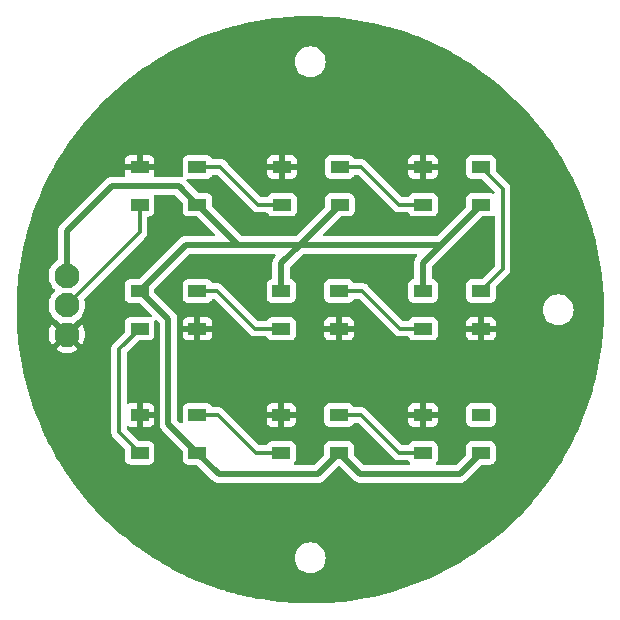
<source format=gbr>
%TF.GenerationSoftware,KiCad,Pcbnew,7.0.5*%
%TF.CreationDate,2023-10-17T21:25:03+03:00*%
%TF.ProjectId,Light,4c696768-742e-46b6-9963-61645f706362,rev?*%
%TF.SameCoordinates,Original*%
%TF.FileFunction,Copper,L1,Top*%
%TF.FilePolarity,Positive*%
%FSLAX46Y46*%
G04 Gerber Fmt 4.6, Leading zero omitted, Abs format (unit mm)*
G04 Created by KiCad (PCBNEW 7.0.5) date 2023-10-17 21:25:03*
%MOMM*%
%LPD*%
G01*
G04 APERTURE LIST*
%TA.AperFunction,SMDPad,CuDef*%
%ADD10R,1.500000X1.000000*%
%TD*%
%TA.AperFunction,ComponentPad*%
%ADD11C,2.100000*%
%TD*%
%TA.AperFunction,ViaPad*%
%ADD12C,0.800000*%
%TD*%
%TA.AperFunction,Conductor*%
%ADD13C,0.500000*%
%TD*%
%TA.AperFunction,Conductor*%
%ADD14C,0.300000*%
%TD*%
G04 APERTURE END LIST*
D10*
%TO.P,D9,1,VSS*%
%TO.N,GND*%
X109550000Y-108900000D03*
%TO.P,D9,2,DIN*%
%TO.N,Net-(D8-DO)*%
X109550000Y-112100000D03*
%TO.P,D9,3,VDD*%
%TO.N,/Vcc*%
X114450000Y-112100000D03*
%TO.P,D9,4,DO*%
%TO.N,unconnected-(D9-DO-Pad4)*%
X114450000Y-108900000D03*
%TD*%
%TO.P,D8,1,VSS*%
%TO.N,GND*%
X97550000Y-108900000D03*
%TO.P,D8,2,DIN*%
%TO.N,Net-(D7-DO)*%
X97550000Y-112100000D03*
%TO.P,D8,3,VDD*%
%TO.N,/Vcc*%
X102450000Y-112100000D03*
%TO.P,D8,4,DO*%
%TO.N,Net-(D8-DO)*%
X102450000Y-108900000D03*
%TD*%
%TO.P,D7,1,VSS*%
%TO.N,GND*%
X85550000Y-108900000D03*
%TO.P,D7,2,DIN*%
%TO.N,Net-(D6-DO)*%
X85550000Y-112100000D03*
%TO.P,D7,3,VDD*%
%TO.N,/Vcc*%
X90450000Y-112100000D03*
%TO.P,D7,4,DO*%
%TO.N,Net-(D7-DO)*%
X90450000Y-108900000D03*
%TD*%
%TO.P,D1,1,VSS*%
%TO.N,GND*%
X85550000Y-87900000D03*
%TO.P,D1,2,DIN*%
%TO.N,Net-(D1-DIN)*%
X85550000Y-91100000D03*
%TO.P,D1,3,VDD*%
%TO.N,/Vcc*%
X90450000Y-91100000D03*
%TO.P,D1,4,DO*%
%TO.N,Net-(D1-DO)*%
X90450000Y-87900000D03*
%TD*%
%TO.P,D3,1,VSS*%
%TO.N,GND*%
X109550000Y-87900000D03*
%TO.P,D3,2,DIN*%
%TO.N,Net-(D2-DO)*%
X109550000Y-91100000D03*
%TO.P,D3,3,VDD*%
%TO.N,/Vcc*%
X114450000Y-91100000D03*
%TO.P,D3,4,DO*%
%TO.N,Net-(D3-DO)*%
X114450000Y-87900000D03*
%TD*%
D11*
%TO.P,J1,1*%
%TO.N,GND*%
X79400000Y-102100000D03*
%TO.P,J1,2*%
%TO.N,Net-(D1-DIN)*%
X79400000Y-99600000D03*
%TO.P,J1,3*%
%TO.N,/Vcc*%
X79400000Y-97100000D03*
%TD*%
D10*
%TO.P,D5,1,VSS*%
%TO.N,GND*%
X102450000Y-101600000D03*
%TO.P,D5,2,DIN*%
%TO.N,Net-(D4-DO)*%
X102450000Y-98400000D03*
%TO.P,D5,3,VDD*%
%TO.N,/Vcc*%
X97550000Y-98400000D03*
%TO.P,D5,4,DO*%
%TO.N,Net-(D5-DO)*%
X97550000Y-101600000D03*
%TD*%
%TO.P,D2,1,VSS*%
%TO.N,GND*%
X97600000Y-87900000D03*
%TO.P,D2,2,DIN*%
%TO.N,Net-(D1-DO)*%
X97600000Y-91100000D03*
%TO.P,D2,3,VDD*%
%TO.N,/Vcc*%
X102500000Y-91100000D03*
%TO.P,D2,4,DO*%
%TO.N,Net-(D2-DO)*%
X102500000Y-87900000D03*
%TD*%
%TO.P,D6,1,VSS*%
%TO.N,GND*%
X90450000Y-101600000D03*
%TO.P,D6,2,DIN*%
%TO.N,Net-(D5-DO)*%
X90450000Y-98400000D03*
%TO.P,D6,3,VDD*%
%TO.N,/Vcc*%
X85550000Y-98400000D03*
%TO.P,D6,4,DO*%
%TO.N,Net-(D6-DO)*%
X85550000Y-101600000D03*
%TD*%
%TO.P,D4,1,VSS*%
%TO.N,GND*%
X114450000Y-101600000D03*
%TO.P,D4,2,DIN*%
%TO.N,Net-(D3-DO)*%
X114450000Y-98400000D03*
%TO.P,D4,3,VDD*%
%TO.N,/Vcc*%
X109550000Y-98400000D03*
%TO.P,D4,4,DO*%
%TO.N,Net-(D4-DO)*%
X109550000Y-101600000D03*
%TD*%
D12*
%TO.N,GND*%
X107700000Y-87900000D03*
X85600000Y-107100000D03*
X83800000Y-87900000D03*
X104400000Y-101600000D03*
X95800000Y-87900000D03*
X95700000Y-108900000D03*
X92200000Y-101600000D03*
X116300000Y-101600000D03*
X107900000Y-108900000D03*
%TD*%
D13*
%TO.N,/Vcc*%
X90450000Y-112100000D02*
X92250000Y-113900000D01*
X85550000Y-98400000D02*
X85600000Y-98400000D01*
X85600000Y-98400000D02*
X88000000Y-100800000D01*
X111050000Y-94500000D02*
X114450000Y-91100000D01*
X79400000Y-93300000D02*
X83200000Y-89500000D01*
X99100000Y-94500000D02*
X97550000Y-96050000D01*
X97550000Y-96050000D02*
X97550000Y-98400000D01*
X99100000Y-94500000D02*
X111050000Y-94500000D01*
X100650000Y-113900000D02*
X102450000Y-112100000D01*
X109550000Y-96000000D02*
X109550000Y-98400000D01*
X112650000Y-113900000D02*
X114450000Y-112100000D01*
X88000000Y-100800000D02*
X88000000Y-109650000D01*
X88850000Y-89500000D02*
X90450000Y-91100000D01*
X92250000Y-113900000D02*
X100650000Y-113900000D01*
X79400000Y-97100000D02*
X79400000Y-93300000D01*
X89450000Y-94500000D02*
X85550000Y-98400000D01*
X104250000Y-113900000D02*
X112650000Y-113900000D01*
X83200000Y-89500000D02*
X88850000Y-89500000D01*
X90450000Y-91100000D02*
X90500000Y-91100000D01*
X93900000Y-94500000D02*
X89450000Y-94500000D01*
X111050000Y-94500000D02*
X109550000Y-96000000D01*
X88000000Y-109650000D02*
X90450000Y-112100000D01*
X93900000Y-94500000D02*
X99100000Y-94500000D01*
X102450000Y-112100000D02*
X104250000Y-113900000D01*
X99100000Y-94500000D02*
X102500000Y-91100000D01*
X90500000Y-91100000D02*
X93900000Y-94500000D01*
D14*
%TO.N,Net-(D1-DIN)*%
X79400000Y-99600000D02*
X85550000Y-93450000D01*
X85550000Y-93450000D02*
X85550000Y-91100000D01*
D13*
%TO.N,GND*%
X85550000Y-107150000D02*
X85600000Y-107100000D01*
X90450000Y-101600000D02*
X92200000Y-101600000D01*
X97600000Y-87900000D02*
X95800000Y-87900000D01*
X109550000Y-108900000D02*
X107900000Y-108900000D01*
X97550000Y-108900000D02*
X95700000Y-108900000D01*
X85550000Y-108900000D02*
X85550000Y-107150000D01*
X85550000Y-87900000D02*
X83800000Y-87900000D01*
X114450000Y-101600000D02*
X116300000Y-101600000D01*
X109550000Y-87900000D02*
X107700000Y-87900000D01*
X102450000Y-101600000D02*
X104400000Y-101600000D01*
D14*
%TO.N,Net-(D1-DO)*%
X95600000Y-91100000D02*
X97600000Y-91100000D01*
X92400000Y-87900000D02*
X95600000Y-91100000D01*
X90450000Y-87900000D02*
X92400000Y-87900000D01*
%TO.N,Net-(D2-DO)*%
X104300000Y-87900000D02*
X107500000Y-91100000D01*
X102500000Y-87900000D02*
X104300000Y-87900000D01*
X107500000Y-91100000D02*
X109550000Y-91100000D01*
%TO.N,Net-(D3-DO)*%
X116300000Y-96550000D02*
X114450000Y-98400000D01*
X114450000Y-87900000D02*
X116300000Y-89750000D01*
X116300000Y-89750000D02*
X116300000Y-96550000D01*
%TO.N,Net-(D4-DO)*%
X104400000Y-98400000D02*
X102450000Y-98400000D01*
X109550000Y-101600000D02*
X107600000Y-101600000D01*
X107600000Y-101600000D02*
X104400000Y-98400000D01*
%TO.N,Net-(D5-DO)*%
X95300000Y-101600000D02*
X92100000Y-98400000D01*
X92100000Y-98400000D02*
X90450000Y-98400000D01*
X97550000Y-101600000D02*
X95300000Y-101600000D01*
%TO.N,Net-(D6-DO)*%
X83800000Y-110350000D02*
X85550000Y-112100000D01*
X83800000Y-103350000D02*
X83800000Y-110350000D01*
X85550000Y-101600000D02*
X83800000Y-103350000D01*
%TO.N,Net-(D7-DO)*%
X90450000Y-108900000D02*
X92200000Y-108900000D01*
X95400000Y-112100000D02*
X97550000Y-112100000D01*
X92200000Y-108900000D02*
X95400000Y-112100000D01*
%TO.N,Net-(D8-DO)*%
X104300000Y-108900000D02*
X107500000Y-112100000D01*
X107500000Y-112100000D02*
X109550000Y-112100000D01*
X102450000Y-108900000D02*
X104300000Y-108900000D01*
%TD*%
%TA.AperFunction,Conductor*%
%TO.N,GND*%
G36*
X100388672Y-75135783D02*
G01*
X100822551Y-75148810D01*
X101378144Y-75170915D01*
X101379802Y-75171007D01*
X101811830Y-75201313D01*
X102367129Y-75245571D01*
X102368917Y-75245741D01*
X102798212Y-75293179D01*
X103352467Y-75359618D01*
X103354169Y-75359848D01*
X103780043Y-75424246D01*
X104332393Y-75512856D01*
X104334122Y-75513161D01*
X104755772Y-75594294D01*
X105305423Y-75705047D01*
X105307254Y-75705446D01*
X105723952Y-75803065D01*
X106270048Y-75935895D01*
X106271898Y-75936376D01*
X106682912Y-76050188D01*
X107224733Y-76205034D01*
X107226538Y-76205582D01*
X107631179Y-76335270D01*
X108167857Y-76512010D01*
X108169734Y-76512662D01*
X108567279Y-76657857D01*
X108670767Y-76696562D01*
X109098110Y-76856393D01*
X109099831Y-76857068D01*
X109489690Y-77017412D01*
X110013759Y-77237547D01*
X110015571Y-77238343D01*
X110396780Y-77413273D01*
X110908156Y-77652420D01*
X110913549Y-77654942D01*
X110915341Y-77655815D01*
X111287364Y-77844901D01*
X111795973Y-78107884D01*
X111797778Y-78108855D01*
X112159976Y-78311577D01*
X112659673Y-78595678D01*
X112661398Y-78596697D01*
X112949268Y-78773302D01*
X113013166Y-78812503D01*
X113503174Y-79117491D01*
X113504922Y-79118620D01*
X113845469Y-79346782D01*
X114325274Y-79672579D01*
X114326988Y-79673786D01*
X114655722Y-79913632D01*
X115124540Y-80259978D01*
X115126170Y-80261225D01*
X115442620Y-80512109D01*
X115899763Y-80878797D01*
X115901326Y-80880095D01*
X116204889Y-81141206D01*
X116649693Y-81528041D01*
X116651255Y-81529448D01*
X116941355Y-81799912D01*
X117373125Y-82206665D01*
X117374600Y-82208104D01*
X117650643Y-82486922D01*
X118068896Y-82913575D01*
X118070391Y-82915155D01*
X118207955Y-83065698D01*
X118331880Y-83201316D01*
X118580510Y-83475980D01*
X118735969Y-83647718D01*
X118737410Y-83649368D01*
X118983803Y-83941685D01*
X119373248Y-84407895D01*
X119374573Y-84409540D01*
X119605413Y-84706768D01*
X119979673Y-85192843D01*
X119980983Y-85194609D01*
X120075005Y-85326222D01*
X120195901Y-85495454D01*
X120554300Y-86001330D01*
X120555561Y-86003180D01*
X120754113Y-86306039D01*
X120969168Y-86636715D01*
X121096259Y-86832134D01*
X121097453Y-86834045D01*
X121279050Y-87136807D01*
X121278965Y-87136857D01*
X121279268Y-87137171D01*
X121604661Y-87683900D01*
X121605767Y-87685839D01*
X121691009Y-87841779D01*
X121770450Y-87987108D01*
X122078670Y-88555227D01*
X122079722Y-88557255D01*
X122226774Y-88853887D01*
X122226685Y-88853930D01*
X122226935Y-88854210D01*
X122517591Y-89444834D01*
X122518568Y-89446917D01*
X122529479Y-89471335D01*
X122647973Y-89736526D01*
X122747141Y-89960057D01*
X122920652Y-90351167D01*
X122921552Y-90353301D01*
X123032747Y-90631543D01*
X123032741Y-90631545D01*
X123032859Y-90631820D01*
X123287273Y-91272909D01*
X123288092Y-91275092D01*
X123381022Y-91537655D01*
X123440718Y-91707482D01*
X123616829Y-92208496D01*
X123617565Y-92210724D01*
X123691910Y-92450927D01*
X123691945Y-92451164D01*
X123691980Y-92451154D01*
X123908831Y-93156540D01*
X123909482Y-93158812D01*
X123965089Y-93367735D01*
X124028577Y-93607853D01*
X124162783Y-94115441D01*
X124163340Y-94117722D01*
X124200040Y-94281759D01*
X124200059Y-94281933D01*
X124200078Y-94281929D01*
X124378290Y-95083692D01*
X124378764Y-95086040D01*
X124396434Y-95183097D01*
X124554975Y-96059562D01*
X124555366Y-96061997D01*
X124692220Y-97038891D01*
X124692513Y-97041339D01*
X124790424Y-98022934D01*
X124790618Y-98025377D01*
X124849426Y-99010083D01*
X124849522Y-99012497D01*
X124857960Y-99436818D01*
X124869135Y-99998768D01*
X124869135Y-100001230D01*
X124862726Y-100323533D01*
X124849557Y-100985777D01*
X124849523Y-100987477D01*
X124849425Y-100989918D01*
X124791082Y-101966872D01*
X124790620Y-101974607D01*
X124790424Y-101977065D01*
X124692513Y-102958660D01*
X124692220Y-102961108D01*
X124555366Y-103938002D01*
X124554975Y-103940437D01*
X124396434Y-104816902D01*
X124378764Y-104913959D01*
X124378290Y-104916306D01*
X124200097Y-105717986D01*
X124163340Y-105882276D01*
X124162776Y-105884587D01*
X123965089Y-106632264D01*
X123909482Y-106841186D01*
X123908831Y-106843458D01*
X123691945Y-107548958D01*
X123617565Y-107789273D01*
X123616829Y-107791502D01*
X123381076Y-108462192D01*
X123288092Y-108724906D01*
X123287273Y-108727089D01*
X123032818Y-109368282D01*
X122921552Y-109646697D01*
X122920652Y-109648831D01*
X122648063Y-110263272D01*
X122640353Y-110280528D01*
X122518568Y-110553081D01*
X122517590Y-110555164D01*
X122226871Y-111145916D01*
X122079722Y-111442743D01*
X122078670Y-111444771D01*
X121770450Y-112012890D01*
X121605786Y-112314127D01*
X121604661Y-112316098D01*
X121279201Y-112862939D01*
X121097453Y-113165953D01*
X121096259Y-113167864D01*
X120754183Y-113693852D01*
X120555561Y-113996818D01*
X120554300Y-113998668D01*
X120195901Y-114504544D01*
X119980997Y-114805370D01*
X119979673Y-114807155D01*
X119605472Y-115293155D01*
X119374599Y-115590426D01*
X119373215Y-115592144D01*
X118983803Y-116058313D01*
X118737410Y-116350630D01*
X118735969Y-116352280D01*
X118331858Y-116798707D01*
X118070391Y-117084843D01*
X118068896Y-117086423D01*
X117650643Y-117513076D01*
X117374634Y-117791861D01*
X117373088Y-117793369D01*
X116941355Y-118200086D01*
X116651255Y-118470550D01*
X116649662Y-118471985D01*
X116204879Y-118858801D01*
X115901378Y-119119860D01*
X115899741Y-119121219D01*
X115442640Y-119487874D01*
X115126196Y-119738753D01*
X115124518Y-119740037D01*
X114655743Y-120086351D01*
X114326988Y-120326212D01*
X114325274Y-120327419D01*
X113845469Y-120653216D01*
X113504922Y-120881378D01*
X113503174Y-120882507D01*
X113013166Y-121187495D01*
X112661437Y-121403278D01*
X112659659Y-121404328D01*
X112159976Y-121688421D01*
X111797778Y-121891143D01*
X111795973Y-121892114D01*
X111287391Y-122155083D01*
X110915377Y-122344165D01*
X110913549Y-122345056D01*
X110396842Y-122586696D01*
X110015607Y-122761639D01*
X110013759Y-122762451D01*
X109489595Y-122982626D01*
X109099911Y-123142898D01*
X109098047Y-123143630D01*
X108567279Y-123342141D01*
X108169734Y-123487336D01*
X108167857Y-123487988D01*
X107631115Y-123664749D01*
X107226590Y-123794400D01*
X107224704Y-123794972D01*
X106682848Y-123949828D01*
X106271920Y-124063616D01*
X106270028Y-124064108D01*
X105723911Y-124196943D01*
X105307292Y-124294543D01*
X105305397Y-124294956D01*
X104755808Y-124405697D01*
X104672859Y-124421659D01*
X104334233Y-124486817D01*
X104332338Y-124487151D01*
X103779999Y-124575759D01*
X103354280Y-124640134D01*
X103352390Y-124640390D01*
X102798190Y-124706822D01*
X102368963Y-124754252D01*
X102367079Y-124754431D01*
X101811891Y-124798681D01*
X101379912Y-124828985D01*
X101378038Y-124829088D01*
X100822578Y-124851187D01*
X100408678Y-124863615D01*
X100388672Y-124864216D01*
X100386816Y-124864244D01*
X99831960Y-124864244D01*
X99396813Y-124859890D01*
X99394968Y-124859844D01*
X98841532Y-124837824D01*
X98405904Y-124816013D01*
X98404078Y-124815895D01*
X97852890Y-124771963D01*
X97417581Y-124732659D01*
X97415777Y-124732470D01*
X96867505Y-124666749D01*
X96433363Y-124609961D01*
X96431583Y-124609702D01*
X95887090Y-124522352D01*
X95454810Y-124448110D01*
X95453057Y-124447783D01*
X94913234Y-124339011D01*
X94695785Y-124292639D01*
X94483502Y-124247369D01*
X94481779Y-124246976D01*
X93947327Y-124116977D01*
X93674581Y-124047297D01*
X93520973Y-124008054D01*
X93519312Y-124007604D01*
X92991057Y-123856634D01*
X92673969Y-123761961D01*
X92568738Y-123730541D01*
X92567102Y-123730028D01*
X92045958Y-123558402D01*
X91628359Y-123415287D01*
X91626740Y-123414707D01*
X91113355Y-123222696D01*
X90701284Y-123062780D01*
X90699704Y-123062142D01*
X90194965Y-122850126D01*
X89788970Y-122673568D01*
X89787457Y-122672886D01*
X89603154Y-122586696D01*
X89292058Y-122441210D01*
X88892983Y-122248323D01*
X88891487Y-122247575D01*
X88412762Y-122000045D01*
X88406110Y-121996605D01*
X88396071Y-121991247D01*
X88014607Y-121787657D01*
X88013181Y-121786871D01*
X87538538Y-121517013D01*
X87155378Y-121292375D01*
X87153974Y-121291527D01*
X86690815Y-121003250D01*
X86685749Y-121000001D01*
X98694532Y-121000001D01*
X98714364Y-121226686D01*
X98714366Y-121226697D01*
X98773258Y-121446488D01*
X98773261Y-121446497D01*
X98869431Y-121652732D01*
X98869432Y-121652734D01*
X98999954Y-121839141D01*
X99160858Y-122000045D01*
X99160861Y-122000047D01*
X99347266Y-122130568D01*
X99553504Y-122226739D01*
X99773308Y-122285635D01*
X99943214Y-122300499D01*
X99943215Y-122300500D01*
X100056784Y-122300500D01*
X100056785Y-122300500D01*
X100056785Y-122300499D01*
X100226692Y-122285635D01*
X100446496Y-122226739D01*
X100652734Y-122130568D01*
X100839139Y-122000047D01*
X101000047Y-121839139D01*
X101130568Y-121652734D01*
X101226739Y-121446496D01*
X101285635Y-121226692D01*
X101305468Y-121000000D01*
X101285635Y-120773308D01*
X101226739Y-120553504D01*
X101130568Y-120347266D01*
X101028144Y-120200988D01*
X101000045Y-120160858D01*
X100839141Y-119999954D01*
X100652734Y-119869432D01*
X100652732Y-119869431D01*
X100446497Y-119773261D01*
X100446488Y-119773258D01*
X100226697Y-119714366D01*
X100226687Y-119714364D01*
X100056785Y-119699500D01*
X100056784Y-119699500D01*
X99943216Y-119699500D01*
X99943215Y-119699500D01*
X99773312Y-119714364D01*
X99773302Y-119714366D01*
X99553511Y-119773258D01*
X99553502Y-119773261D01*
X99347267Y-119869431D01*
X99347265Y-119869432D01*
X99160858Y-119999954D01*
X98999954Y-120160858D01*
X98869432Y-120347265D01*
X98869431Y-120347267D01*
X98773261Y-120553502D01*
X98773258Y-120553511D01*
X98714366Y-120773302D01*
X98714364Y-120773313D01*
X98694532Y-120999998D01*
X98694532Y-121000001D01*
X86685749Y-121000001D01*
X86316552Y-120763207D01*
X86315196Y-120762311D01*
X85864165Y-120456053D01*
X85499464Y-120200988D01*
X85498157Y-120200049D01*
X85060112Y-119876436D01*
X84705461Y-119606645D01*
X84704205Y-119605664D01*
X84279622Y-119265093D01*
X83935819Y-118981137D01*
X83934615Y-118980117D01*
X83524173Y-118623164D01*
X83191727Y-118325432D01*
X83190576Y-118324375D01*
X82794875Y-117951601D01*
X82474292Y-117640498D01*
X82473319Y-117639530D01*
X82092932Y-117251503D01*
X81934407Y-117084843D01*
X81784894Y-116927656D01*
X81783852Y-116926534D01*
X81419426Y-116523949D01*
X81124414Y-116187834D01*
X81123428Y-116186683D01*
X81016195Y-116058313D01*
X80775445Y-115770108D01*
X80493960Y-115422265D01*
X80493031Y-115421088D01*
X80162043Y-114991213D01*
X79995799Y-114768081D01*
X79894512Y-114632133D01*
X79893640Y-114630933D01*
X79580165Y-114188467D01*
X79327032Y-113818703D01*
X79326299Y-113817605D01*
X79030743Y-113363149D01*
X78792463Y-112983325D01*
X78791777Y-112982202D01*
X78514660Y-112516584D01*
X78291699Y-112127414D01*
X78291006Y-112126171D01*
X78187763Y-111935871D01*
X78032694Y-111650043D01*
X77825398Y-111252101D01*
X77824799Y-111250917D01*
X77593874Y-110781669D01*
X77585686Y-110765032D01*
X77394349Y-110358841D01*
X77393865Y-110357781D01*
X77174282Y-109862824D01*
X76999350Y-109449302D01*
X76998831Y-109448035D01*
X76998767Y-109447873D01*
X76799201Y-108944997D01*
X76640886Y-108524627D01*
X76640428Y-108523369D01*
X76628020Y-108488070D01*
X76461003Y-108012929D01*
X76442343Y-107956649D01*
X76319582Y-107586410D01*
X76319182Y-107585154D01*
X76305118Y-107539407D01*
X76160206Y-107068029D01*
X76035920Y-106636040D01*
X76035643Y-106635036D01*
X75897342Y-106111964D01*
X75790429Y-105675309D01*
X75790159Y-105674154D01*
X75672794Y-105146136D01*
X75583417Y-104705451D01*
X75583200Y-104704322D01*
X75486925Y-104172082D01*
X75415246Y-103728146D01*
X75415076Y-103727019D01*
X75340045Y-103191425D01*
X75286171Y-102744856D01*
X75286045Y-102743708D01*
X75275383Y-102636818D01*
X75232381Y-102205709D01*
X75196409Y-101757244D01*
X75196337Y-101756206D01*
X75164097Y-101216369D01*
X75146100Y-100766875D01*
X75146069Y-100765843D01*
X75135319Y-100225228D01*
X75135319Y-99774771D01*
X75138795Y-99600000D01*
X77844706Y-99600000D01*
X77863853Y-99843297D01*
X77863853Y-99843300D01*
X77863854Y-99843302D01*
X77901474Y-100000000D01*
X77920830Y-100080619D01*
X78014222Y-100306089D01*
X78141737Y-100514173D01*
X78141738Y-100514176D01*
X78175389Y-100553576D01*
X78300241Y-100699759D01*
X78382406Y-100769934D01*
X78485818Y-100858257D01*
X78485823Y-100858260D01*
X78540435Y-100891727D01*
X78563326Y-100909773D01*
X79228431Y-101574878D01*
X79111542Y-101625651D01*
X78994261Y-101721066D01*
X78907072Y-101844585D01*
X78876645Y-101930196D01*
X78138504Y-101192056D01*
X78014668Y-101394141D01*
X78014665Y-101394146D01*
X77921303Y-101619542D01*
X77864348Y-101856780D01*
X77845207Y-102100000D01*
X77864348Y-102343219D01*
X77921303Y-102580457D01*
X78014668Y-102805861D01*
X78138504Y-103007942D01*
X78874070Y-102272375D01*
X78876884Y-102285915D01*
X78946442Y-102420156D01*
X79049638Y-102530652D01*
X79178819Y-102609209D01*
X79230002Y-102623549D01*
X78492056Y-103361494D01*
X78694138Y-103485331D01*
X78919542Y-103578696D01*
X79156780Y-103635651D01*
X79156779Y-103635651D01*
X79400000Y-103654792D01*
X79643219Y-103635651D01*
X79880457Y-103578696D01*
X80105861Y-103485331D01*
X80307942Y-103361494D01*
X79571568Y-102625121D01*
X79688458Y-102574349D01*
X79805739Y-102478934D01*
X79892928Y-102355415D01*
X79923354Y-102269802D01*
X80661494Y-103007942D01*
X80785331Y-102805861D01*
X80878696Y-102580457D01*
X80935651Y-102343219D01*
X80954792Y-102100000D01*
X80935651Y-101856780D01*
X80878696Y-101619542D01*
X80785331Y-101394138D01*
X80661494Y-101192056D01*
X79925929Y-101927622D01*
X79923116Y-101914085D01*
X79853558Y-101779844D01*
X79750362Y-101669348D01*
X79621181Y-101590791D01*
X79569997Y-101576450D01*
X80236673Y-100909772D01*
X80259560Y-100891729D01*
X80314179Y-100858259D01*
X80499759Y-100699759D01*
X80658259Y-100514179D01*
X80785777Y-100306089D01*
X80879172Y-100080612D01*
X80936146Y-99843302D01*
X80955294Y-99600000D01*
X80936146Y-99356698D01*
X80880162Y-99123512D01*
X80883652Y-99053736D01*
X80913053Y-99006891D01*
X85949513Y-93970431D01*
X85962079Y-93960365D01*
X85961925Y-93960178D01*
X85967933Y-93955205D01*
X85967940Y-93955202D01*
X86008729Y-93911765D01*
X86016532Y-93903456D01*
X86017856Y-93902088D01*
X86038911Y-93881035D01*
X86043401Y-93875245D01*
X86047183Y-93870815D01*
X86080448Y-93835393D01*
X86090674Y-93816790D01*
X86101353Y-93800533D01*
X86114362Y-93783764D01*
X86133656Y-93739175D01*
X86136212Y-93733956D01*
X86159627Y-93691368D01*
X86164905Y-93670806D01*
X86171207Y-93652399D01*
X86179635Y-93632927D01*
X86187233Y-93584953D01*
X86188414Y-93579247D01*
X86200500Y-93532177D01*
X86200500Y-93510949D01*
X86202027Y-93491549D01*
X86205346Y-93470595D01*
X86200772Y-93422216D01*
X86200499Y-93416422D01*
X86200499Y-92224498D01*
X86220184Y-92157460D01*
X86272988Y-92111705D01*
X86324499Y-92100499D01*
X86347871Y-92100499D01*
X86347872Y-92100499D01*
X86407483Y-92094091D01*
X86542331Y-92043796D01*
X86657546Y-91957546D01*
X86743796Y-91842331D01*
X86794091Y-91707483D01*
X86800500Y-91647873D01*
X86800499Y-90552128D01*
X86794091Y-90492517D01*
X86766236Y-90417833D01*
X86761252Y-90348141D01*
X86794737Y-90286818D01*
X86856061Y-90253334D01*
X86882418Y-90250500D01*
X88487770Y-90250500D01*
X88554809Y-90270185D01*
X88575451Y-90286819D01*
X89163181Y-90874548D01*
X89196666Y-90935871D01*
X89199500Y-90962229D01*
X89199500Y-91647870D01*
X89199501Y-91647876D01*
X89205908Y-91707483D01*
X89256202Y-91842328D01*
X89256206Y-91842335D01*
X89342452Y-91957544D01*
X89342455Y-91957547D01*
X89457664Y-92043793D01*
X89457671Y-92043797D01*
X89592517Y-92094091D01*
X89592516Y-92094091D01*
X89599444Y-92094835D01*
X89652127Y-92100500D01*
X90387769Y-92100499D01*
X90454808Y-92120183D01*
X90475450Y-92136818D01*
X91241955Y-92903323D01*
X91876452Y-93537819D01*
X91909937Y-93599142D01*
X91904953Y-93668834D01*
X91863081Y-93724767D01*
X91797617Y-93749184D01*
X91788771Y-93749500D01*
X89513705Y-93749500D01*
X89495735Y-93748191D01*
X89471972Y-93744710D01*
X89426533Y-93748686D01*
X89419931Y-93749264D01*
X89414530Y-93749500D01*
X89406283Y-93749500D01*
X89374606Y-93753202D01*
X89372832Y-93753384D01*
X89342390Y-93756047D01*
X89297198Y-93760001D01*
X89290132Y-93761460D01*
X89290120Y-93761404D01*
X89282763Y-93763035D01*
X89282777Y-93763092D01*
X89275740Y-93764760D01*
X89204385Y-93790729D01*
X89202685Y-93791320D01*
X89130668Y-93815185D01*
X89124126Y-93818236D01*
X89124101Y-93818183D01*
X89117308Y-93821471D01*
X89117334Y-93821523D01*
X89110880Y-93824764D01*
X89047468Y-93866470D01*
X89045948Y-93867439D01*
X88981348Y-93907285D01*
X88975683Y-93911765D01*
X88975647Y-93911719D01*
X88969798Y-93916484D01*
X88969835Y-93916528D01*
X88964309Y-93921164D01*
X88912213Y-93976381D01*
X88910958Y-93977674D01*
X85525449Y-97363181D01*
X85464126Y-97396666D01*
X85437768Y-97399500D01*
X84752129Y-97399500D01*
X84752123Y-97399501D01*
X84692516Y-97405908D01*
X84557671Y-97456202D01*
X84557664Y-97456206D01*
X84442455Y-97542452D01*
X84442452Y-97542455D01*
X84356206Y-97657664D01*
X84356202Y-97657671D01*
X84305908Y-97792517D01*
X84299874Y-97848644D01*
X84299501Y-97852123D01*
X84299500Y-97852135D01*
X84299500Y-98947870D01*
X84299501Y-98947876D01*
X84305908Y-99007483D01*
X84356202Y-99142328D01*
X84356206Y-99142335D01*
X84442452Y-99257544D01*
X84442455Y-99257547D01*
X84557664Y-99343793D01*
X84557671Y-99343797D01*
X84692517Y-99394091D01*
X84692516Y-99394091D01*
X84699444Y-99394835D01*
X84752127Y-99400500D01*
X85487769Y-99400499D01*
X85554808Y-99420183D01*
X85575450Y-99436818D01*
X86541975Y-100403343D01*
X86575460Y-100464666D01*
X86570476Y-100534358D01*
X86528604Y-100590291D01*
X86463140Y-100614708D01*
X86410961Y-100607206D01*
X86407482Y-100605908D01*
X86407483Y-100605908D01*
X86347883Y-100599501D01*
X86347881Y-100599500D01*
X86347873Y-100599500D01*
X86347864Y-100599500D01*
X84752129Y-100599500D01*
X84752123Y-100599501D01*
X84692516Y-100605908D01*
X84557671Y-100656202D01*
X84557664Y-100656206D01*
X84442455Y-100742452D01*
X84442452Y-100742455D01*
X84356206Y-100857664D01*
X84356202Y-100857671D01*
X84305908Y-100992517D01*
X84305099Y-101000047D01*
X84299501Y-101052123D01*
X84299500Y-101052135D01*
X84299500Y-101879191D01*
X84279815Y-101946230D01*
X84263181Y-101966872D01*
X83400483Y-102829569D01*
X83387910Y-102839643D01*
X83388065Y-102839830D01*
X83382058Y-102844798D01*
X83333468Y-102896542D01*
X83332114Y-102897938D01*
X83311090Y-102918963D01*
X83311078Y-102918977D01*
X83306587Y-102924765D01*
X83302801Y-102929197D01*
X83269552Y-102964606D01*
X83259322Y-102983213D01*
X83248646Y-102999464D01*
X83235640Y-103016232D01*
X83235636Y-103016238D01*
X83216348Y-103060811D01*
X83213777Y-103066058D01*
X83190372Y-103108630D01*
X83190372Y-103108631D01*
X83185091Y-103129199D01*
X83178791Y-103147601D01*
X83170364Y-103167073D01*
X83162766Y-103215047D01*
X83161581Y-103220770D01*
X83149500Y-103267818D01*
X83149500Y-103289044D01*
X83147973Y-103308444D01*
X83144653Y-103329403D01*
X83149225Y-103377767D01*
X83149500Y-103383606D01*
X83149500Y-110264494D01*
X83147732Y-110280505D01*
X83147974Y-110280528D01*
X83147239Y-110288294D01*
X83149469Y-110359235D01*
X83149500Y-110361183D01*
X83149500Y-110390920D01*
X83149501Y-110390940D01*
X83150418Y-110398206D01*
X83150876Y-110404024D01*
X83152402Y-110452567D01*
X83152403Y-110452570D01*
X83158323Y-110472948D01*
X83162268Y-110491996D01*
X83164928Y-110513054D01*
X83164931Y-110513064D01*
X83182813Y-110558230D01*
X83184705Y-110563758D01*
X83198254Y-110610395D01*
X83198255Y-110610397D01*
X83209060Y-110628666D01*
X83217617Y-110646134D01*
X83223226Y-110660300D01*
X83225432Y-110665872D01*
X83253983Y-110705170D01*
X83257188Y-110710049D01*
X83281919Y-110751865D01*
X83281923Y-110751869D01*
X83296925Y-110766871D01*
X83309563Y-110781669D01*
X83322033Y-110798833D01*
X83322036Y-110798837D01*
X83359464Y-110829799D01*
X83363776Y-110833722D01*
X83887719Y-111357664D01*
X84263181Y-111733126D01*
X84296666Y-111794449D01*
X84299500Y-111820807D01*
X84299500Y-112647870D01*
X84299501Y-112647876D01*
X84305908Y-112707483D01*
X84356202Y-112842328D01*
X84356206Y-112842335D01*
X84442452Y-112957544D01*
X84442455Y-112957547D01*
X84557664Y-113043793D01*
X84557671Y-113043797D01*
X84692517Y-113094091D01*
X84692516Y-113094091D01*
X84699444Y-113094835D01*
X84752127Y-113100500D01*
X86347872Y-113100499D01*
X86407483Y-113094091D01*
X86542331Y-113043796D01*
X86657546Y-112957546D01*
X86743796Y-112842331D01*
X86794091Y-112707483D01*
X86800500Y-112647873D01*
X86800499Y-111552128D01*
X86794091Y-111492517D01*
X86768929Y-111425055D01*
X86743797Y-111357671D01*
X86743793Y-111357664D01*
X86657547Y-111242455D01*
X86657544Y-111242452D01*
X86542335Y-111156206D01*
X86542328Y-111156202D01*
X86407482Y-111105908D01*
X86407483Y-111105908D01*
X86347883Y-111099501D01*
X86347881Y-111099500D01*
X86347873Y-111099500D01*
X86347865Y-111099500D01*
X85520808Y-111099500D01*
X85453769Y-111079815D01*
X85433127Y-111063181D01*
X84486819Y-110116873D01*
X84453334Y-110055550D01*
X84450500Y-110029192D01*
X84450500Y-109981884D01*
X84470185Y-109914845D01*
X84522989Y-109869090D01*
X84592147Y-109859146D01*
X84617834Y-109865703D01*
X84692616Y-109893595D01*
X84692627Y-109893598D01*
X84752155Y-109899999D01*
X84752172Y-109900000D01*
X85300000Y-109900000D01*
X85300000Y-109150000D01*
X85800000Y-109150000D01*
X85800000Y-109900000D01*
X86347828Y-109900000D01*
X86347844Y-109899999D01*
X86407372Y-109893598D01*
X86407379Y-109893596D01*
X86542086Y-109843354D01*
X86542093Y-109843350D01*
X86657187Y-109757190D01*
X86657190Y-109757187D01*
X86743350Y-109642093D01*
X86743354Y-109642086D01*
X86793596Y-109507379D01*
X86793598Y-109507372D01*
X86799999Y-109447844D01*
X86800000Y-109447827D01*
X86800000Y-109150000D01*
X85800000Y-109150000D01*
X85300000Y-109150000D01*
X85300000Y-107900000D01*
X85800000Y-107900000D01*
X85800000Y-108650000D01*
X86800000Y-108650000D01*
X86800000Y-108352172D01*
X86799999Y-108352155D01*
X86793598Y-108292627D01*
X86793596Y-108292620D01*
X86743354Y-108157913D01*
X86743350Y-108157906D01*
X86657190Y-108042812D01*
X86657187Y-108042809D01*
X86542093Y-107956649D01*
X86542086Y-107956645D01*
X86407379Y-107906403D01*
X86407372Y-107906401D01*
X86347844Y-107900000D01*
X85800000Y-107900000D01*
X85300000Y-107900000D01*
X84752155Y-107900000D01*
X84692627Y-107906401D01*
X84692620Y-107906403D01*
X84617833Y-107934297D01*
X84548141Y-107939281D01*
X84486818Y-107905796D01*
X84453334Y-107844473D01*
X84450500Y-107818115D01*
X84450500Y-103670806D01*
X84470185Y-103603767D01*
X84486814Y-103583129D01*
X85433126Y-102636817D01*
X85494449Y-102603333D01*
X85520807Y-102600499D01*
X86347871Y-102600499D01*
X86347872Y-102600499D01*
X86407483Y-102594091D01*
X86542331Y-102543796D01*
X86657546Y-102457546D01*
X86743796Y-102342331D01*
X86794091Y-102207483D01*
X86800500Y-102147873D01*
X86800499Y-101052128D01*
X86794091Y-100992517D01*
X86792794Y-100989039D01*
X86792587Y-100986151D01*
X86792308Y-100984969D01*
X86792499Y-100984923D01*
X86787808Y-100919348D01*
X86821292Y-100858024D01*
X86882615Y-100824538D01*
X86952307Y-100829522D01*
X86996656Y-100858023D01*
X87213181Y-101074548D01*
X87246666Y-101135871D01*
X87249500Y-101162229D01*
X87249500Y-109586294D01*
X87248191Y-109604263D01*
X87244710Y-109628025D01*
X87249264Y-109680064D01*
X87249500Y-109685470D01*
X87249500Y-109693712D01*
X87253202Y-109725391D01*
X87253386Y-109727185D01*
X87260000Y-109802792D01*
X87261461Y-109809867D01*
X87261403Y-109809878D01*
X87263034Y-109817237D01*
X87263092Y-109817224D01*
X87264757Y-109824249D01*
X87264758Y-109824254D01*
X87264759Y-109824255D01*
X87290176Y-109894091D01*
X87290708Y-109895551D01*
X87291299Y-109897253D01*
X87315182Y-109969326D01*
X87318236Y-109975874D01*
X87318182Y-109975898D01*
X87321470Y-109982688D01*
X87321521Y-109982663D01*
X87324761Y-109989113D01*
X87324762Y-109989114D01*
X87324763Y-109989117D01*
X87366494Y-110052567D01*
X87367443Y-110054058D01*
X87406188Y-110116873D01*
X87407289Y-110118657D01*
X87411766Y-110124319D01*
X87411719Y-110124356D01*
X87416482Y-110130202D01*
X87416528Y-110130164D01*
X87421173Y-110135699D01*
X87476364Y-110187769D01*
X87477658Y-110189026D01*
X89163181Y-111874548D01*
X89196666Y-111935871D01*
X89199500Y-111962229D01*
X89199500Y-112647870D01*
X89199501Y-112647876D01*
X89205908Y-112707483D01*
X89256202Y-112842328D01*
X89256206Y-112842335D01*
X89342452Y-112957544D01*
X89342455Y-112957547D01*
X89457664Y-113043793D01*
X89457671Y-113043797D01*
X89502618Y-113060560D01*
X89592517Y-113094091D01*
X89652127Y-113100500D01*
X90337769Y-113100499D01*
X90404808Y-113120183D01*
X90425450Y-113136818D01*
X91674267Y-114385634D01*
X91686048Y-114399266D01*
X91700390Y-114418530D01*
X91740420Y-114452119D01*
X91744392Y-114455759D01*
X91747313Y-114458680D01*
X91750223Y-114461591D01*
X91775246Y-114481375D01*
X91776628Y-114482501D01*
X91834785Y-114531301D01*
X91834786Y-114531302D01*
X91840823Y-114535272D01*
X91840789Y-114535322D01*
X91847144Y-114539370D01*
X91847177Y-114539318D01*
X91853318Y-114543106D01*
X91853323Y-114543110D01*
X91922144Y-114575201D01*
X91923660Y-114575935D01*
X91991567Y-114610040D01*
X91991572Y-114610041D01*
X91998355Y-114612510D01*
X91998334Y-114612567D01*
X92005451Y-114615040D01*
X92005470Y-114614984D01*
X92012324Y-114617254D01*
X92012327Y-114617256D01*
X92086715Y-114632615D01*
X92088352Y-114632978D01*
X92162279Y-114650500D01*
X92162285Y-114650500D01*
X92169452Y-114651338D01*
X92169445Y-114651397D01*
X92176946Y-114652163D01*
X92176952Y-114652104D01*
X92184141Y-114652733D01*
X92184143Y-114652732D01*
X92184144Y-114652733D01*
X92205764Y-114652104D01*
X92260012Y-114650526D01*
X92261815Y-114650500D01*
X100586295Y-114650500D01*
X100604265Y-114651809D01*
X100628023Y-114655289D01*
X100680068Y-114650735D01*
X100685470Y-114650500D01*
X100693704Y-114650500D01*
X100693709Y-114650500D01*
X100725458Y-114646788D01*
X100727075Y-114646622D01*
X100802797Y-114639999D01*
X100802805Y-114639996D01*
X100809866Y-114638539D01*
X100809878Y-114638598D01*
X100817243Y-114636965D01*
X100817229Y-114636906D01*
X100824251Y-114635241D01*
X100824255Y-114635241D01*
X100895587Y-114609277D01*
X100897286Y-114608688D01*
X100969334Y-114584814D01*
X100969342Y-114584808D01*
X100975882Y-114581760D01*
X100975908Y-114581816D01*
X100982690Y-114578532D01*
X100982663Y-114578478D01*
X100989109Y-114575239D01*
X100989117Y-114575237D01*
X101052612Y-114533475D01*
X101053977Y-114532605D01*
X101118656Y-114492712D01*
X101118661Y-114492706D01*
X101124325Y-114488229D01*
X101124362Y-114488277D01*
X101130204Y-114483518D01*
X101130164Y-114483471D01*
X101135686Y-114478835D01*
X101135696Y-114478830D01*
X101187800Y-114423601D01*
X101188994Y-114422372D01*
X102362320Y-113249045D01*
X102423641Y-113215562D01*
X102493333Y-113220546D01*
X102537677Y-113249045D01*
X103106163Y-113817530D01*
X103674267Y-114385634D01*
X103686048Y-114399266D01*
X103700390Y-114418530D01*
X103740420Y-114452119D01*
X103744392Y-114455759D01*
X103747313Y-114458680D01*
X103750223Y-114461591D01*
X103775246Y-114481375D01*
X103776628Y-114482501D01*
X103834785Y-114531301D01*
X103834786Y-114531302D01*
X103840823Y-114535272D01*
X103840789Y-114535322D01*
X103847144Y-114539370D01*
X103847177Y-114539318D01*
X103853318Y-114543106D01*
X103853323Y-114543110D01*
X103922144Y-114575201D01*
X103923660Y-114575935D01*
X103991567Y-114610040D01*
X103991572Y-114610041D01*
X103998355Y-114612510D01*
X103998334Y-114612567D01*
X104005451Y-114615040D01*
X104005470Y-114614984D01*
X104012324Y-114617254D01*
X104012327Y-114617256D01*
X104086715Y-114632615D01*
X104088352Y-114632978D01*
X104162279Y-114650500D01*
X104162285Y-114650500D01*
X104169452Y-114651338D01*
X104169445Y-114651397D01*
X104176946Y-114652163D01*
X104176952Y-114652104D01*
X104184141Y-114652733D01*
X104184143Y-114652732D01*
X104184144Y-114652733D01*
X104205764Y-114652104D01*
X104260012Y-114650526D01*
X104261815Y-114650500D01*
X112586295Y-114650500D01*
X112604265Y-114651809D01*
X112628023Y-114655289D01*
X112680068Y-114650735D01*
X112685470Y-114650500D01*
X112693704Y-114650500D01*
X112693709Y-114650500D01*
X112725458Y-114646788D01*
X112727075Y-114646622D01*
X112802797Y-114639999D01*
X112802805Y-114639996D01*
X112809866Y-114638539D01*
X112809878Y-114638598D01*
X112817243Y-114636965D01*
X112817229Y-114636906D01*
X112824251Y-114635241D01*
X112824255Y-114635241D01*
X112895587Y-114609277D01*
X112897286Y-114608688D01*
X112969334Y-114584814D01*
X112969342Y-114584808D01*
X112975882Y-114581760D01*
X112975908Y-114581816D01*
X112982690Y-114578532D01*
X112982663Y-114578478D01*
X112989109Y-114575239D01*
X112989117Y-114575237D01*
X113052612Y-114533475D01*
X113053977Y-114532605D01*
X113118656Y-114492712D01*
X113118661Y-114492706D01*
X113124325Y-114488229D01*
X113124362Y-114488277D01*
X113130204Y-114483518D01*
X113130164Y-114483471D01*
X113135686Y-114478835D01*
X113135696Y-114478830D01*
X113187800Y-114423601D01*
X113188994Y-114422372D01*
X114474548Y-113136817D01*
X114535871Y-113103333D01*
X114562229Y-113100499D01*
X115247871Y-113100499D01*
X115247872Y-113100499D01*
X115307483Y-113094091D01*
X115442331Y-113043796D01*
X115557546Y-112957546D01*
X115643796Y-112842331D01*
X115694091Y-112707483D01*
X115700500Y-112647873D01*
X115700499Y-111552128D01*
X115694091Y-111492517D01*
X115668929Y-111425055D01*
X115643797Y-111357671D01*
X115643793Y-111357664D01*
X115557547Y-111242455D01*
X115557544Y-111242452D01*
X115442335Y-111156206D01*
X115442328Y-111156202D01*
X115307482Y-111105908D01*
X115307483Y-111105908D01*
X115247883Y-111099501D01*
X115247881Y-111099500D01*
X115247873Y-111099500D01*
X115247864Y-111099500D01*
X113652129Y-111099500D01*
X113652123Y-111099501D01*
X113592516Y-111105908D01*
X113457671Y-111156202D01*
X113457664Y-111156206D01*
X113342455Y-111242452D01*
X113342452Y-111242455D01*
X113256206Y-111357664D01*
X113256202Y-111357671D01*
X113205908Y-111492517D01*
X113199501Y-111552116D01*
X113199501Y-111552123D01*
X113199500Y-111552135D01*
X113199500Y-112237769D01*
X113179815Y-112304808D01*
X113163181Y-112325450D01*
X112375451Y-113113181D01*
X112314128Y-113146666D01*
X112287770Y-113149500D01*
X110761571Y-113149500D01*
X110694532Y-113129815D01*
X110648777Y-113077011D01*
X110638833Y-113007853D01*
X110662305Y-112951189D01*
X110743793Y-112842335D01*
X110743792Y-112842335D01*
X110743796Y-112842331D01*
X110794091Y-112707483D01*
X110800500Y-112647873D01*
X110800499Y-111552128D01*
X110794091Y-111492517D01*
X110768929Y-111425055D01*
X110743797Y-111357671D01*
X110743793Y-111357664D01*
X110657547Y-111242455D01*
X110657544Y-111242452D01*
X110542335Y-111156206D01*
X110542328Y-111156202D01*
X110407482Y-111105908D01*
X110407483Y-111105908D01*
X110347883Y-111099501D01*
X110347881Y-111099500D01*
X110347873Y-111099500D01*
X110347864Y-111099500D01*
X108752129Y-111099500D01*
X108752123Y-111099501D01*
X108692516Y-111105908D01*
X108557671Y-111156202D01*
X108557664Y-111156206D01*
X108442455Y-111242452D01*
X108442452Y-111242455D01*
X108356206Y-111357664D01*
X108356204Y-111357668D01*
X108356204Y-111357669D01*
X108352039Y-111368834D01*
X108310171Y-111424766D01*
X108244707Y-111449184D01*
X108235859Y-111449500D01*
X107820808Y-111449500D01*
X107753769Y-111429815D01*
X107733127Y-111413181D01*
X105469946Y-109150000D01*
X108300000Y-109150000D01*
X108300000Y-109447844D01*
X108306401Y-109507372D01*
X108306403Y-109507379D01*
X108356645Y-109642086D01*
X108356649Y-109642093D01*
X108442809Y-109757187D01*
X108442812Y-109757190D01*
X108557906Y-109843350D01*
X108557913Y-109843354D01*
X108692620Y-109893596D01*
X108692627Y-109893598D01*
X108752155Y-109899999D01*
X108752172Y-109900000D01*
X109300000Y-109900000D01*
X109300000Y-109150000D01*
X109800000Y-109150000D01*
X109800000Y-109900000D01*
X110347828Y-109900000D01*
X110347844Y-109899999D01*
X110407372Y-109893598D01*
X110407379Y-109893596D01*
X110542086Y-109843354D01*
X110542093Y-109843350D01*
X110657187Y-109757190D01*
X110657190Y-109757187D01*
X110743350Y-109642093D01*
X110743354Y-109642086D01*
X110793596Y-109507379D01*
X110793598Y-109507372D01*
X110799996Y-109447870D01*
X113199500Y-109447870D01*
X113199501Y-109447876D01*
X113205908Y-109507483D01*
X113256202Y-109642328D01*
X113256206Y-109642335D01*
X113342452Y-109757544D01*
X113342455Y-109757547D01*
X113457664Y-109843793D01*
X113457671Y-109843797D01*
X113592517Y-109894091D01*
X113592516Y-109894091D01*
X113599444Y-109894835D01*
X113652127Y-109900500D01*
X115247872Y-109900499D01*
X115307483Y-109894091D01*
X115442331Y-109843796D01*
X115557546Y-109757546D01*
X115643796Y-109642331D01*
X115694091Y-109507483D01*
X115700500Y-109447873D01*
X115700499Y-108352128D01*
X115694091Y-108292517D01*
X115693291Y-108290373D01*
X115643797Y-108157671D01*
X115643793Y-108157664D01*
X115557547Y-108042455D01*
X115557544Y-108042452D01*
X115442335Y-107956206D01*
X115442328Y-107956202D01*
X115307482Y-107905908D01*
X115307483Y-107905908D01*
X115247883Y-107899501D01*
X115247881Y-107899500D01*
X115247873Y-107899500D01*
X115247864Y-107899500D01*
X113652129Y-107899500D01*
X113652123Y-107899501D01*
X113592516Y-107905908D01*
X113457671Y-107956202D01*
X113457664Y-107956206D01*
X113342455Y-108042452D01*
X113342452Y-108042455D01*
X113256206Y-108157664D01*
X113256202Y-108157671D01*
X113205908Y-108292517D01*
X113199874Y-108348644D01*
X113199501Y-108352123D01*
X113199500Y-108352135D01*
X113199500Y-109447870D01*
X110799996Y-109447870D01*
X110799999Y-109447844D01*
X110800000Y-109447827D01*
X110800000Y-109150000D01*
X109800000Y-109150000D01*
X109300000Y-109150000D01*
X108300000Y-109150000D01*
X105469946Y-109150000D01*
X104969946Y-108650000D01*
X108300000Y-108650000D01*
X109300000Y-108650000D01*
X109300000Y-107900000D01*
X109800000Y-107900000D01*
X109800000Y-108650000D01*
X110799999Y-108650000D01*
X110800000Y-108352172D01*
X110799999Y-108352155D01*
X110793598Y-108292627D01*
X110793596Y-108292620D01*
X110743354Y-108157913D01*
X110743350Y-108157906D01*
X110657190Y-108042812D01*
X110657187Y-108042809D01*
X110542093Y-107956649D01*
X110542086Y-107956645D01*
X110407379Y-107906403D01*
X110407372Y-107906401D01*
X110347844Y-107900000D01*
X109800000Y-107900000D01*
X109300000Y-107900000D01*
X108752155Y-107900000D01*
X108692627Y-107906401D01*
X108692620Y-107906403D01*
X108557913Y-107956645D01*
X108557906Y-107956649D01*
X108442812Y-108042809D01*
X108442809Y-108042812D01*
X108356649Y-108157906D01*
X108356645Y-108157913D01*
X108306403Y-108292620D01*
X108306401Y-108292627D01*
X108300000Y-108352155D01*
X108300000Y-108650000D01*
X104969946Y-108650000D01*
X104820434Y-108500488D01*
X104810361Y-108487914D01*
X104810174Y-108488070D01*
X104805198Y-108482055D01*
X104772382Y-108451240D01*
X104753432Y-108433445D01*
X104752058Y-108432112D01*
X104731035Y-108411089D01*
X104725240Y-108406594D01*
X104720798Y-108402799D01*
X104685396Y-108369554D01*
X104685388Y-108369548D01*
X104666792Y-108359325D01*
X104650531Y-108348644D01*
X104633763Y-108335637D01*
X104610295Y-108325482D01*
X104589178Y-108316343D01*
X104583956Y-108313786D01*
X104541368Y-108290373D01*
X104541365Y-108290372D01*
X104520801Y-108285092D01*
X104502396Y-108278790D01*
X104482927Y-108270365D01*
X104482921Y-108270363D01*
X104434951Y-108262766D01*
X104429236Y-108261582D01*
X104412772Y-108257355D01*
X104382180Y-108249500D01*
X104382177Y-108249500D01*
X104360955Y-108249500D01*
X104341555Y-108247973D01*
X104320596Y-108244653D01*
X104320595Y-108244653D01*
X104296786Y-108246903D01*
X104272230Y-108249225D01*
X104266392Y-108249500D01*
X103764141Y-108249500D01*
X103697102Y-108229815D01*
X103651347Y-108177011D01*
X103647969Y-108168859D01*
X103643796Y-108157669D01*
X103643793Y-108157665D01*
X103643793Y-108157664D01*
X103557547Y-108042455D01*
X103557544Y-108042452D01*
X103442335Y-107956206D01*
X103442328Y-107956202D01*
X103307482Y-107905908D01*
X103307483Y-107905908D01*
X103247883Y-107899501D01*
X103247881Y-107899500D01*
X103247873Y-107899500D01*
X103247864Y-107899500D01*
X101652129Y-107899500D01*
X101652123Y-107899501D01*
X101592516Y-107905908D01*
X101457671Y-107956202D01*
X101457664Y-107956206D01*
X101342455Y-108042452D01*
X101342452Y-108042455D01*
X101256206Y-108157664D01*
X101256202Y-108157671D01*
X101205908Y-108292517D01*
X101199874Y-108348644D01*
X101199501Y-108352123D01*
X101199500Y-108352135D01*
X101199500Y-109447870D01*
X101199501Y-109447876D01*
X101205908Y-109507483D01*
X101256202Y-109642328D01*
X101256206Y-109642335D01*
X101342452Y-109757544D01*
X101342455Y-109757547D01*
X101457664Y-109843793D01*
X101457671Y-109843797D01*
X101592517Y-109894091D01*
X101592516Y-109894091D01*
X101599444Y-109894835D01*
X101652127Y-109900500D01*
X103247872Y-109900499D01*
X103307483Y-109894091D01*
X103442331Y-109843796D01*
X103557546Y-109757546D01*
X103643796Y-109642331D01*
X103647960Y-109631165D01*
X103689829Y-109575234D01*
X103755293Y-109550816D01*
X103764141Y-109550500D01*
X103979192Y-109550500D01*
X104046231Y-109570185D01*
X104066873Y-109586819D01*
X106979564Y-112499510D01*
X106989635Y-112512080D01*
X106989822Y-112511926D01*
X106994795Y-112517937D01*
X107046542Y-112566531D01*
X107047909Y-112567855D01*
X107068965Y-112588911D01*
X107068968Y-112588913D01*
X107074757Y-112593405D01*
X107079197Y-112597197D01*
X107108498Y-112624711D01*
X107114607Y-112630448D01*
X107114609Y-112630449D01*
X107133205Y-112640672D01*
X107149470Y-112651357D01*
X107166232Y-112664360D01*
X107166235Y-112664361D01*
X107166236Y-112664362D01*
X107210823Y-112683656D01*
X107216059Y-112686221D01*
X107258632Y-112709627D01*
X107274340Y-112713659D01*
X107279186Y-112714904D01*
X107297598Y-112721207D01*
X107317073Y-112729635D01*
X107365071Y-112737237D01*
X107370740Y-112738411D01*
X107417823Y-112750500D01*
X107439051Y-112750500D01*
X107458448Y-112752026D01*
X107479403Y-112755345D01*
X107479404Y-112755346D01*
X107479404Y-112755345D01*
X107479405Y-112755346D01*
X107527760Y-112750775D01*
X107533599Y-112750500D01*
X108235859Y-112750500D01*
X108302898Y-112770185D01*
X108348653Y-112822989D01*
X108352030Y-112831140D01*
X108356204Y-112842331D01*
X108356205Y-112842332D01*
X108356206Y-112842335D01*
X108437695Y-112951189D01*
X108462113Y-113016653D01*
X108447262Y-113084926D01*
X108397857Y-113134332D01*
X108338429Y-113149500D01*
X104612229Y-113149500D01*
X104545190Y-113129815D01*
X104524548Y-113113181D01*
X103736818Y-112325451D01*
X103703333Y-112264128D01*
X103700499Y-112237770D01*
X103700499Y-111910867D01*
X103700499Y-111552128D01*
X103694091Y-111492517D01*
X103668929Y-111425055D01*
X103643797Y-111357671D01*
X103643793Y-111357664D01*
X103557547Y-111242455D01*
X103557544Y-111242452D01*
X103442335Y-111156206D01*
X103442328Y-111156202D01*
X103307482Y-111105908D01*
X103307483Y-111105908D01*
X103247883Y-111099501D01*
X103247881Y-111099500D01*
X103247873Y-111099500D01*
X103247864Y-111099500D01*
X101652129Y-111099500D01*
X101652123Y-111099501D01*
X101592516Y-111105908D01*
X101457671Y-111156202D01*
X101457664Y-111156206D01*
X101342455Y-111242452D01*
X101342452Y-111242455D01*
X101256206Y-111357664D01*
X101256202Y-111357671D01*
X101205908Y-111492517D01*
X101199501Y-111552116D01*
X101199501Y-111552123D01*
X101199500Y-111552135D01*
X101199500Y-112237769D01*
X101179815Y-112304808D01*
X101163181Y-112325450D01*
X100375451Y-113113181D01*
X100314128Y-113146666D01*
X100287770Y-113149500D01*
X98761571Y-113149500D01*
X98694532Y-113129815D01*
X98648777Y-113077011D01*
X98638833Y-113007853D01*
X98662305Y-112951189D01*
X98743793Y-112842335D01*
X98743792Y-112842335D01*
X98743796Y-112842331D01*
X98794091Y-112707483D01*
X98800500Y-112647873D01*
X98800499Y-111552128D01*
X98794091Y-111492517D01*
X98768929Y-111425055D01*
X98743797Y-111357671D01*
X98743793Y-111357664D01*
X98657547Y-111242455D01*
X98657544Y-111242452D01*
X98542335Y-111156206D01*
X98542328Y-111156202D01*
X98407482Y-111105908D01*
X98407483Y-111105908D01*
X98347883Y-111099501D01*
X98347881Y-111099500D01*
X98347873Y-111099500D01*
X98347864Y-111099500D01*
X96752129Y-111099500D01*
X96752123Y-111099501D01*
X96692516Y-111105908D01*
X96557671Y-111156202D01*
X96557664Y-111156206D01*
X96442455Y-111242452D01*
X96442452Y-111242455D01*
X96356206Y-111357664D01*
X96356204Y-111357668D01*
X96356204Y-111357669D01*
X96352039Y-111368834D01*
X96310171Y-111424766D01*
X96244707Y-111449184D01*
X96235859Y-111449500D01*
X95720808Y-111449500D01*
X95653769Y-111429815D01*
X95633127Y-111413181D01*
X93369946Y-109150000D01*
X96300000Y-109150000D01*
X96300000Y-109447844D01*
X96306401Y-109507372D01*
X96306403Y-109507379D01*
X96356645Y-109642086D01*
X96356649Y-109642093D01*
X96442809Y-109757187D01*
X96442812Y-109757190D01*
X96557906Y-109843350D01*
X96557913Y-109843354D01*
X96692620Y-109893596D01*
X96692627Y-109893598D01*
X96752155Y-109899999D01*
X96752172Y-109900000D01*
X97300000Y-109900000D01*
X97300000Y-109150000D01*
X97800000Y-109150000D01*
X97800000Y-109900000D01*
X98347828Y-109900000D01*
X98347844Y-109899999D01*
X98407372Y-109893598D01*
X98407379Y-109893596D01*
X98542086Y-109843354D01*
X98542093Y-109843350D01*
X98657187Y-109757190D01*
X98657190Y-109757187D01*
X98743350Y-109642093D01*
X98743354Y-109642086D01*
X98793596Y-109507379D01*
X98793598Y-109507372D01*
X98799999Y-109447844D01*
X98800000Y-109447827D01*
X98800000Y-109150000D01*
X97800000Y-109150000D01*
X97300000Y-109150000D01*
X96300000Y-109150000D01*
X93369946Y-109150000D01*
X92869946Y-108650000D01*
X96300000Y-108650000D01*
X97300000Y-108650000D01*
X97300000Y-107900000D01*
X97800000Y-107900000D01*
X97800000Y-108650000D01*
X98800000Y-108650000D01*
X98800000Y-108352172D01*
X98799999Y-108352155D01*
X98793598Y-108292627D01*
X98793596Y-108292620D01*
X98743354Y-108157913D01*
X98743350Y-108157906D01*
X98657190Y-108042812D01*
X98657187Y-108042809D01*
X98542093Y-107956649D01*
X98542086Y-107956645D01*
X98407379Y-107906403D01*
X98407372Y-107906401D01*
X98347844Y-107900000D01*
X97800000Y-107900000D01*
X97300000Y-107900000D01*
X96752155Y-107900000D01*
X96692627Y-107906401D01*
X96692620Y-107906403D01*
X96557913Y-107956645D01*
X96557906Y-107956649D01*
X96442812Y-108042809D01*
X96442809Y-108042812D01*
X96356649Y-108157906D01*
X96356645Y-108157913D01*
X96306403Y-108292620D01*
X96306401Y-108292627D01*
X96300000Y-108352155D01*
X96300000Y-108650000D01*
X92869946Y-108650000D01*
X92720434Y-108500488D01*
X92710361Y-108487914D01*
X92710174Y-108488070D01*
X92705198Y-108482055D01*
X92672382Y-108451240D01*
X92653432Y-108433445D01*
X92652058Y-108432112D01*
X92631035Y-108411089D01*
X92625240Y-108406594D01*
X92620798Y-108402799D01*
X92585396Y-108369554D01*
X92585388Y-108369548D01*
X92566792Y-108359325D01*
X92550531Y-108348644D01*
X92533763Y-108335637D01*
X92510295Y-108325482D01*
X92489178Y-108316343D01*
X92483956Y-108313786D01*
X92441368Y-108290373D01*
X92441365Y-108290372D01*
X92420801Y-108285092D01*
X92402396Y-108278790D01*
X92382927Y-108270365D01*
X92382921Y-108270363D01*
X92334951Y-108262766D01*
X92329236Y-108261582D01*
X92312772Y-108257355D01*
X92282180Y-108249500D01*
X92282177Y-108249500D01*
X92260955Y-108249500D01*
X92241555Y-108247973D01*
X92220596Y-108244653D01*
X92220595Y-108244653D01*
X92196786Y-108246903D01*
X92172230Y-108249225D01*
X92166392Y-108249500D01*
X91764141Y-108249500D01*
X91697102Y-108229815D01*
X91651347Y-108177011D01*
X91647969Y-108168859D01*
X91643796Y-108157669D01*
X91643793Y-108157665D01*
X91643793Y-108157664D01*
X91557547Y-108042455D01*
X91557544Y-108042452D01*
X91442335Y-107956206D01*
X91442328Y-107956202D01*
X91307482Y-107905908D01*
X91307483Y-107905908D01*
X91247883Y-107899501D01*
X91247881Y-107899500D01*
X91247873Y-107899500D01*
X91247864Y-107899500D01*
X89652129Y-107899500D01*
X89652123Y-107899501D01*
X89592516Y-107905908D01*
X89457671Y-107956202D01*
X89457664Y-107956206D01*
X89342455Y-108042452D01*
X89342452Y-108042455D01*
X89256206Y-108157664D01*
X89256202Y-108157671D01*
X89205908Y-108292517D01*
X89199874Y-108348644D01*
X89199501Y-108352123D01*
X89199500Y-108352135D01*
X89199500Y-109447870D01*
X89199501Y-109447876D01*
X89202916Y-109479643D01*
X89190509Y-109548403D01*
X89142898Y-109599539D01*
X89075198Y-109616817D01*
X89008904Y-109594751D01*
X88991945Y-109580577D01*
X88786819Y-109375451D01*
X88753334Y-109314128D01*
X88750500Y-109287770D01*
X88750500Y-101850000D01*
X89200000Y-101850000D01*
X89200000Y-102147844D01*
X89206401Y-102207372D01*
X89206403Y-102207379D01*
X89256645Y-102342086D01*
X89256649Y-102342093D01*
X89342809Y-102457187D01*
X89342812Y-102457190D01*
X89457906Y-102543350D01*
X89457913Y-102543354D01*
X89592620Y-102593596D01*
X89592627Y-102593598D01*
X89652155Y-102599999D01*
X89652172Y-102600000D01*
X90199999Y-102600000D01*
X90200000Y-101850000D01*
X90700000Y-101850000D01*
X90700000Y-102600000D01*
X91247828Y-102600000D01*
X91247844Y-102599999D01*
X91307372Y-102593598D01*
X91307379Y-102593596D01*
X91442086Y-102543354D01*
X91442093Y-102543350D01*
X91557187Y-102457190D01*
X91557190Y-102457187D01*
X91643350Y-102342093D01*
X91643354Y-102342086D01*
X91693596Y-102207379D01*
X91693598Y-102207372D01*
X91699999Y-102147844D01*
X91700000Y-102147827D01*
X91700000Y-101850000D01*
X90700000Y-101850000D01*
X90200000Y-101850000D01*
X89200000Y-101850000D01*
X88750500Y-101850000D01*
X88750500Y-101350000D01*
X89200000Y-101350000D01*
X90199999Y-101350000D01*
X90200000Y-100600000D01*
X90700000Y-100600000D01*
X90700000Y-101350000D01*
X91700000Y-101350000D01*
X91700000Y-101052172D01*
X91699999Y-101052155D01*
X91693598Y-100992627D01*
X91693596Y-100992620D01*
X91643354Y-100857913D01*
X91643350Y-100857906D01*
X91557190Y-100742812D01*
X91557187Y-100742809D01*
X91442093Y-100656649D01*
X91442086Y-100656645D01*
X91307379Y-100606403D01*
X91307372Y-100606401D01*
X91247844Y-100600000D01*
X90700000Y-100600000D01*
X90200000Y-100600000D01*
X89652155Y-100600000D01*
X89592627Y-100606401D01*
X89592620Y-100606403D01*
X89457913Y-100656645D01*
X89457906Y-100656649D01*
X89342812Y-100742809D01*
X89342809Y-100742812D01*
X89256649Y-100857906D01*
X89256645Y-100857913D01*
X89206403Y-100992620D01*
X89206401Y-100992627D01*
X89200000Y-101052155D01*
X89200000Y-101350000D01*
X88750500Y-101350000D01*
X88750500Y-100863705D01*
X88751809Y-100845736D01*
X88754184Y-100829522D01*
X88755289Y-100821977D01*
X88750735Y-100769931D01*
X88750500Y-100764528D01*
X88750500Y-100756296D01*
X88750500Y-100756291D01*
X88746795Y-100724602D01*
X88746618Y-100722876D01*
X88739999Y-100647203D01*
X88739999Y-100647201D01*
X88738539Y-100640129D01*
X88738597Y-100640116D01*
X88736965Y-100632757D01*
X88736906Y-100632772D01*
X88735241Y-100625751D01*
X88735241Y-100625745D01*
X88709267Y-100554382D01*
X88708691Y-100552723D01*
X88684814Y-100480666D01*
X88684810Y-100480659D01*
X88681760Y-100474118D01*
X88681815Y-100474091D01*
X88678533Y-100467313D01*
X88678480Y-100467340D01*
X88675236Y-100460881D01*
X88633529Y-100397470D01*
X88632560Y-100395949D01*
X88592710Y-100331342D01*
X88588234Y-100325682D01*
X88588281Y-100325644D01*
X88583519Y-100319799D01*
X88583474Y-100319838D01*
X88578831Y-100314305D01*
X88523616Y-100262212D01*
X88522356Y-100260989D01*
X87209238Y-98947870D01*
X89199500Y-98947870D01*
X89199501Y-98947876D01*
X89205908Y-99007483D01*
X89256202Y-99142328D01*
X89256206Y-99142335D01*
X89342452Y-99257544D01*
X89342455Y-99257547D01*
X89457664Y-99343793D01*
X89457671Y-99343797D01*
X89592517Y-99394091D01*
X89592516Y-99394091D01*
X89599444Y-99394835D01*
X89652127Y-99400500D01*
X91247872Y-99400499D01*
X91307483Y-99394091D01*
X91442331Y-99343796D01*
X91557546Y-99257546D01*
X91643796Y-99142331D01*
X91647960Y-99131165D01*
X91689829Y-99075234D01*
X91755293Y-99050816D01*
X91764141Y-99050500D01*
X91779192Y-99050500D01*
X91846231Y-99070185D01*
X91866873Y-99086819D01*
X94779564Y-101999510D01*
X94789635Y-102012080D01*
X94789822Y-102011926D01*
X94794795Y-102017937D01*
X94846542Y-102066531D01*
X94847909Y-102067855D01*
X94868965Y-102088911D01*
X94868968Y-102088913D01*
X94874757Y-102093405D01*
X94879197Y-102097197D01*
X94908498Y-102124711D01*
X94914607Y-102130448D01*
X94914609Y-102130449D01*
X94933205Y-102140672D01*
X94949470Y-102151357D01*
X94966232Y-102164360D01*
X94966235Y-102164361D01*
X94966236Y-102164362D01*
X95010823Y-102183656D01*
X95016059Y-102186221D01*
X95058632Y-102209627D01*
X95074340Y-102213659D01*
X95079186Y-102214904D01*
X95097598Y-102221207D01*
X95117073Y-102229635D01*
X95165071Y-102237237D01*
X95170740Y-102238411D01*
X95217823Y-102250500D01*
X95239051Y-102250500D01*
X95258448Y-102252026D01*
X95279403Y-102255345D01*
X95279404Y-102255346D01*
X95279404Y-102255345D01*
X95279405Y-102255346D01*
X95327760Y-102250775D01*
X95333599Y-102250500D01*
X96235859Y-102250500D01*
X96302898Y-102270185D01*
X96348653Y-102322989D01*
X96352030Y-102331140D01*
X96356204Y-102342331D01*
X96356205Y-102342332D01*
X96356206Y-102342335D01*
X96442452Y-102457544D01*
X96442455Y-102457547D01*
X96557664Y-102543793D01*
X96557671Y-102543797D01*
X96692517Y-102594091D01*
X96692516Y-102594091D01*
X96699444Y-102594835D01*
X96752127Y-102600500D01*
X98347872Y-102600499D01*
X98407483Y-102594091D01*
X98542331Y-102543796D01*
X98657546Y-102457546D01*
X98743796Y-102342331D01*
X98794091Y-102207483D01*
X98800500Y-102147873D01*
X98800500Y-101850000D01*
X101200000Y-101850000D01*
X101200000Y-102147844D01*
X101206401Y-102207372D01*
X101206403Y-102207379D01*
X101256645Y-102342086D01*
X101256649Y-102342093D01*
X101342809Y-102457187D01*
X101342812Y-102457190D01*
X101457906Y-102543350D01*
X101457913Y-102543354D01*
X101592620Y-102593596D01*
X101592627Y-102593598D01*
X101652155Y-102599999D01*
X101652172Y-102600000D01*
X102199999Y-102600000D01*
X102200000Y-101850000D01*
X102700000Y-101850000D01*
X102700000Y-102600000D01*
X103247828Y-102600000D01*
X103247844Y-102599999D01*
X103307372Y-102593598D01*
X103307379Y-102593596D01*
X103442086Y-102543354D01*
X103442093Y-102543350D01*
X103557187Y-102457190D01*
X103557190Y-102457187D01*
X103643350Y-102342093D01*
X103643354Y-102342086D01*
X103693596Y-102207379D01*
X103693598Y-102207372D01*
X103699999Y-102147844D01*
X103700000Y-102147827D01*
X103700000Y-101850000D01*
X102700000Y-101850000D01*
X102200000Y-101850000D01*
X101200000Y-101850000D01*
X98800500Y-101850000D01*
X98800499Y-101349999D01*
X101199999Y-101349999D01*
X101200000Y-101350000D01*
X102199999Y-101350000D01*
X102200000Y-100600000D01*
X102700000Y-100600000D01*
X102700000Y-101350000D01*
X103700000Y-101350000D01*
X103700000Y-101052172D01*
X103699999Y-101052155D01*
X103693598Y-100992627D01*
X103693596Y-100992620D01*
X103643354Y-100857913D01*
X103643350Y-100857906D01*
X103557190Y-100742812D01*
X103557187Y-100742809D01*
X103442093Y-100656649D01*
X103442086Y-100656645D01*
X103307379Y-100606403D01*
X103307372Y-100606401D01*
X103247844Y-100600000D01*
X102700000Y-100600000D01*
X102200000Y-100600000D01*
X101652155Y-100600000D01*
X101592627Y-100606401D01*
X101592620Y-100606403D01*
X101457913Y-100656645D01*
X101457906Y-100656649D01*
X101342812Y-100742809D01*
X101342809Y-100742812D01*
X101256649Y-100857906D01*
X101256645Y-100857913D01*
X101206403Y-100992620D01*
X101206401Y-100992627D01*
X101200000Y-101052155D01*
X101200000Y-101052172D01*
X101199999Y-101349999D01*
X98800499Y-101349999D01*
X98800499Y-101052128D01*
X98794091Y-100992517D01*
X98793130Y-100989941D01*
X98743797Y-100857671D01*
X98743793Y-100857664D01*
X98657547Y-100742455D01*
X98657544Y-100742452D01*
X98542335Y-100656206D01*
X98542328Y-100656202D01*
X98407482Y-100605908D01*
X98407483Y-100605908D01*
X98347883Y-100599501D01*
X98347881Y-100599500D01*
X98347873Y-100599500D01*
X98347864Y-100599500D01*
X96752129Y-100599500D01*
X96752123Y-100599501D01*
X96692516Y-100605908D01*
X96557671Y-100656202D01*
X96557664Y-100656206D01*
X96442455Y-100742452D01*
X96442452Y-100742455D01*
X96356206Y-100857664D01*
X96356204Y-100857668D01*
X96356204Y-100857669D01*
X96352039Y-100868834D01*
X96310171Y-100924766D01*
X96244707Y-100949184D01*
X96235859Y-100949500D01*
X95620808Y-100949500D01*
X95553769Y-100929815D01*
X95533127Y-100913181D01*
X92620434Y-98000488D01*
X92610361Y-97987914D01*
X92610174Y-97988070D01*
X92605198Y-97982055D01*
X92572382Y-97951240D01*
X92553432Y-97933445D01*
X92552058Y-97932112D01*
X92531035Y-97911089D01*
X92525240Y-97906594D01*
X92520798Y-97902799D01*
X92485396Y-97869554D01*
X92485388Y-97869548D01*
X92466792Y-97859325D01*
X92450531Y-97848644D01*
X92433763Y-97835637D01*
X92410295Y-97825482D01*
X92389178Y-97816343D01*
X92383956Y-97813786D01*
X92341368Y-97790373D01*
X92341365Y-97790372D01*
X92320801Y-97785092D01*
X92302396Y-97778790D01*
X92282927Y-97770365D01*
X92282921Y-97770363D01*
X92234951Y-97762766D01*
X92229236Y-97761582D01*
X92212772Y-97757355D01*
X92182180Y-97749500D01*
X92182177Y-97749500D01*
X92160955Y-97749500D01*
X92141555Y-97747973D01*
X92120596Y-97744653D01*
X92120595Y-97744653D01*
X92096786Y-97746903D01*
X92072230Y-97749225D01*
X92066392Y-97749500D01*
X91764141Y-97749500D01*
X91697102Y-97729815D01*
X91651347Y-97677011D01*
X91647969Y-97668859D01*
X91643796Y-97657669D01*
X91643793Y-97657665D01*
X91643793Y-97657664D01*
X91557547Y-97542455D01*
X91557544Y-97542452D01*
X91442335Y-97456206D01*
X91442328Y-97456202D01*
X91307482Y-97405908D01*
X91307483Y-97405908D01*
X91247883Y-97399501D01*
X91247881Y-97399500D01*
X91247873Y-97399500D01*
X91247864Y-97399500D01*
X89652129Y-97399500D01*
X89652123Y-97399501D01*
X89592516Y-97405908D01*
X89457671Y-97456202D01*
X89457664Y-97456206D01*
X89342455Y-97542452D01*
X89342452Y-97542455D01*
X89256206Y-97657664D01*
X89256202Y-97657671D01*
X89205908Y-97792517D01*
X89199874Y-97848644D01*
X89199501Y-97852123D01*
X89199500Y-97852135D01*
X89199500Y-98947870D01*
X87209238Y-98947870D01*
X86836818Y-98575450D01*
X86803333Y-98514127D01*
X86800499Y-98487769D01*
X86800499Y-98262230D01*
X86820184Y-98195191D01*
X86836818Y-98174549D01*
X89724549Y-95286819D01*
X89785872Y-95253334D01*
X89812230Y-95250500D01*
X93810661Y-95250500D01*
X93826946Y-95252163D01*
X93826952Y-95252104D01*
X93834141Y-95252733D01*
X93834143Y-95252732D01*
X93834144Y-95252733D01*
X93855764Y-95252104D01*
X93910012Y-95250526D01*
X93911815Y-95250500D01*
X96988769Y-95250500D01*
X97055808Y-95270185D01*
X97101563Y-95322989D01*
X97111507Y-95392147D01*
X97082482Y-95455703D01*
X97076459Y-95462171D01*
X97064708Y-95473922D01*
X97064355Y-95474276D01*
X97050729Y-95486051D01*
X97031468Y-95500390D01*
X96997898Y-95540397D01*
X96994253Y-95544376D01*
X96988407Y-95550223D01*
X96968618Y-95575251D01*
X96967481Y-95576647D01*
X96918694Y-95634790D01*
X96914729Y-95640819D01*
X96914682Y-95640788D01*
X96910630Y-95647147D01*
X96910679Y-95647177D01*
X96906889Y-95653321D01*
X96874812Y-95722110D01*
X96874027Y-95723731D01*
X96839957Y-95791572D01*
X96837488Y-95798357D01*
X96837432Y-95798336D01*
X96834960Y-95805450D01*
X96835015Y-95805469D01*
X96832743Y-95812325D01*
X96817391Y-95886670D01*
X96817001Y-95888428D01*
X96799499Y-95962279D01*
X96798661Y-95969454D01*
X96798601Y-95969447D01*
X96797835Y-95976946D01*
X96797895Y-95976952D01*
X96797265Y-95984141D01*
X96799473Y-96060029D01*
X96799499Y-96061832D01*
X96799499Y-97283023D01*
X96779814Y-97350062D01*
X96727010Y-97395817D01*
X96699865Y-97403266D01*
X96700068Y-97404124D01*
X96692520Y-97405907D01*
X96557671Y-97456202D01*
X96557664Y-97456206D01*
X96442455Y-97542452D01*
X96442452Y-97542455D01*
X96356206Y-97657664D01*
X96356202Y-97657671D01*
X96305908Y-97792517D01*
X96299874Y-97848644D01*
X96299501Y-97852123D01*
X96299500Y-97852135D01*
X96299500Y-98947870D01*
X96299501Y-98947876D01*
X96305908Y-99007483D01*
X96356202Y-99142328D01*
X96356206Y-99142335D01*
X96442452Y-99257544D01*
X96442455Y-99257547D01*
X96557664Y-99343793D01*
X96557671Y-99343797D01*
X96692517Y-99394091D01*
X96692516Y-99394091D01*
X96699444Y-99394835D01*
X96752127Y-99400500D01*
X98347872Y-99400499D01*
X98407483Y-99394091D01*
X98542331Y-99343796D01*
X98657546Y-99257546D01*
X98743796Y-99142331D01*
X98794091Y-99007483D01*
X98800500Y-98947873D01*
X98800500Y-98947870D01*
X101199500Y-98947870D01*
X101199501Y-98947876D01*
X101205908Y-99007483D01*
X101256202Y-99142328D01*
X101256206Y-99142335D01*
X101342452Y-99257544D01*
X101342455Y-99257547D01*
X101457664Y-99343793D01*
X101457671Y-99343797D01*
X101592517Y-99394091D01*
X101592516Y-99394091D01*
X101599444Y-99394835D01*
X101652127Y-99400500D01*
X103247872Y-99400499D01*
X103307483Y-99394091D01*
X103442331Y-99343796D01*
X103557546Y-99257546D01*
X103643796Y-99142331D01*
X103647960Y-99131165D01*
X103689829Y-99075234D01*
X103755293Y-99050816D01*
X103764141Y-99050500D01*
X104079192Y-99050500D01*
X104146231Y-99070185D01*
X104166873Y-99086819D01*
X107079564Y-101999510D01*
X107089635Y-102012080D01*
X107089822Y-102011926D01*
X107094795Y-102017937D01*
X107146542Y-102066531D01*
X107147909Y-102067855D01*
X107168965Y-102088911D01*
X107168968Y-102088913D01*
X107174757Y-102093405D01*
X107179197Y-102097197D01*
X107208498Y-102124711D01*
X107214607Y-102130448D01*
X107214609Y-102130449D01*
X107233205Y-102140672D01*
X107249470Y-102151357D01*
X107266232Y-102164360D01*
X107266235Y-102164361D01*
X107266236Y-102164362D01*
X107310823Y-102183656D01*
X107316059Y-102186221D01*
X107358632Y-102209627D01*
X107374340Y-102213659D01*
X107379186Y-102214904D01*
X107397598Y-102221207D01*
X107417073Y-102229635D01*
X107465071Y-102237237D01*
X107470740Y-102238411D01*
X107517823Y-102250500D01*
X107539051Y-102250500D01*
X107558448Y-102252026D01*
X107579403Y-102255345D01*
X107579404Y-102255346D01*
X107579404Y-102255345D01*
X107579405Y-102255346D01*
X107627760Y-102250775D01*
X107633599Y-102250500D01*
X108235859Y-102250500D01*
X108302898Y-102270185D01*
X108348653Y-102322989D01*
X108352030Y-102331140D01*
X108356204Y-102342331D01*
X108356205Y-102342332D01*
X108356206Y-102342335D01*
X108442452Y-102457544D01*
X108442455Y-102457547D01*
X108557664Y-102543793D01*
X108557671Y-102543797D01*
X108692517Y-102594091D01*
X108692516Y-102594091D01*
X108699444Y-102594835D01*
X108752127Y-102600500D01*
X110347872Y-102600499D01*
X110407483Y-102594091D01*
X110542331Y-102543796D01*
X110657546Y-102457546D01*
X110743796Y-102342331D01*
X110794091Y-102207483D01*
X110800500Y-102147873D01*
X110800500Y-101850000D01*
X113200000Y-101850000D01*
X113200000Y-102147844D01*
X113206401Y-102207372D01*
X113206403Y-102207379D01*
X113256645Y-102342086D01*
X113256649Y-102342093D01*
X113342809Y-102457187D01*
X113342812Y-102457190D01*
X113457906Y-102543350D01*
X113457913Y-102543354D01*
X113592620Y-102593596D01*
X113592627Y-102593598D01*
X113652155Y-102599999D01*
X113652172Y-102600000D01*
X114199999Y-102600000D01*
X114200000Y-101850000D01*
X114700000Y-101850000D01*
X114700000Y-102600000D01*
X115247828Y-102600000D01*
X115247844Y-102599999D01*
X115307372Y-102593598D01*
X115307379Y-102593596D01*
X115442086Y-102543354D01*
X115442093Y-102543350D01*
X115557187Y-102457190D01*
X115557190Y-102457187D01*
X115643350Y-102342093D01*
X115643354Y-102342086D01*
X115693596Y-102207379D01*
X115693598Y-102207372D01*
X115699999Y-102147844D01*
X115700000Y-102147827D01*
X115700000Y-101850000D01*
X114700000Y-101850000D01*
X114200000Y-101850000D01*
X113200000Y-101850000D01*
X110800500Y-101850000D01*
X110800499Y-101350000D01*
X113200000Y-101350000D01*
X114199999Y-101350000D01*
X114200000Y-100600000D01*
X114700000Y-100600000D01*
X114700000Y-101350000D01*
X115700000Y-101350000D01*
X115700000Y-101052172D01*
X115699999Y-101052155D01*
X115693598Y-100992627D01*
X115693596Y-100992620D01*
X115643354Y-100857913D01*
X115643350Y-100857906D01*
X115557190Y-100742812D01*
X115557187Y-100742809D01*
X115442093Y-100656649D01*
X115442086Y-100656645D01*
X115307379Y-100606403D01*
X115307372Y-100606401D01*
X115247844Y-100600000D01*
X114700000Y-100600000D01*
X114200000Y-100600000D01*
X113652155Y-100600000D01*
X113592627Y-100606401D01*
X113592620Y-100606403D01*
X113457913Y-100656645D01*
X113457906Y-100656649D01*
X113342812Y-100742809D01*
X113342809Y-100742812D01*
X113256649Y-100857906D01*
X113256645Y-100857913D01*
X113206403Y-100992620D01*
X113206401Y-100992627D01*
X113200000Y-101052155D01*
X113200000Y-101350000D01*
X110800499Y-101350000D01*
X110800499Y-101052128D01*
X110794091Y-100992517D01*
X110793130Y-100989941D01*
X110743797Y-100857671D01*
X110743793Y-100857664D01*
X110657547Y-100742455D01*
X110657544Y-100742452D01*
X110542335Y-100656206D01*
X110542328Y-100656202D01*
X110407482Y-100605908D01*
X110407483Y-100605908D01*
X110347883Y-100599501D01*
X110347881Y-100599500D01*
X110347873Y-100599500D01*
X110347864Y-100599500D01*
X108752129Y-100599500D01*
X108752123Y-100599501D01*
X108692516Y-100605908D01*
X108557671Y-100656202D01*
X108557664Y-100656206D01*
X108442455Y-100742452D01*
X108442452Y-100742455D01*
X108356206Y-100857664D01*
X108356204Y-100857668D01*
X108356204Y-100857669D01*
X108352039Y-100868834D01*
X108310171Y-100924766D01*
X108244707Y-100949184D01*
X108235859Y-100949500D01*
X107920808Y-100949500D01*
X107853769Y-100929815D01*
X107833127Y-100913181D01*
X106919947Y-100000001D01*
X119694532Y-100000001D01*
X119714364Y-100226686D01*
X119714366Y-100226697D01*
X119773258Y-100446488D01*
X119773261Y-100446497D01*
X119869431Y-100652732D01*
X119869432Y-100652734D01*
X119999954Y-100839141D01*
X120160858Y-101000045D01*
X120160861Y-101000047D01*
X120347266Y-101130568D01*
X120553504Y-101226739D01*
X120773308Y-101285635D01*
X120943214Y-101300499D01*
X120943215Y-101300500D01*
X121056784Y-101300500D01*
X121056785Y-101300500D01*
X121056785Y-101300499D01*
X121226692Y-101285635D01*
X121446496Y-101226739D01*
X121652734Y-101130568D01*
X121839139Y-101000047D01*
X122000047Y-100839139D01*
X122130568Y-100652734D01*
X122226739Y-100446496D01*
X122285635Y-100226692D01*
X122305468Y-100000000D01*
X122285635Y-99773308D01*
X122226739Y-99553504D01*
X122130568Y-99347266D01*
X122000047Y-99160861D01*
X122000045Y-99160858D01*
X121839141Y-98999954D01*
X121652734Y-98869432D01*
X121652732Y-98869431D01*
X121446497Y-98773261D01*
X121446488Y-98773258D01*
X121226697Y-98714366D01*
X121226687Y-98714364D01*
X121056785Y-98699500D01*
X121056784Y-98699500D01*
X120943216Y-98699500D01*
X120943215Y-98699500D01*
X120773312Y-98714364D01*
X120773302Y-98714366D01*
X120553511Y-98773258D01*
X120553502Y-98773261D01*
X120347267Y-98869431D01*
X120347265Y-98869432D01*
X120160858Y-98999954D01*
X119999954Y-99160858D01*
X119869432Y-99347265D01*
X119869431Y-99347267D01*
X119773261Y-99553502D01*
X119773258Y-99553511D01*
X119714366Y-99773302D01*
X119714364Y-99773313D01*
X119694532Y-99999998D01*
X119694532Y-100000001D01*
X106919947Y-100000001D01*
X104920434Y-98000488D01*
X104910361Y-97987914D01*
X104910174Y-97988070D01*
X104905198Y-97982055D01*
X104872382Y-97951240D01*
X104853432Y-97933445D01*
X104852058Y-97932112D01*
X104831035Y-97911089D01*
X104825240Y-97906594D01*
X104820798Y-97902799D01*
X104785396Y-97869554D01*
X104785388Y-97869548D01*
X104766792Y-97859325D01*
X104750531Y-97848644D01*
X104733763Y-97835637D01*
X104710295Y-97825482D01*
X104689178Y-97816343D01*
X104683956Y-97813786D01*
X104641368Y-97790373D01*
X104641365Y-97790372D01*
X104620801Y-97785092D01*
X104602396Y-97778790D01*
X104582927Y-97770365D01*
X104582921Y-97770363D01*
X104534951Y-97762766D01*
X104529236Y-97761582D01*
X104512772Y-97757355D01*
X104482180Y-97749500D01*
X104482177Y-97749500D01*
X104460955Y-97749500D01*
X104441555Y-97747973D01*
X104420596Y-97744653D01*
X104420595Y-97744653D01*
X104396786Y-97746903D01*
X104372230Y-97749225D01*
X104366392Y-97749500D01*
X103764141Y-97749500D01*
X103697102Y-97729815D01*
X103651347Y-97677011D01*
X103647969Y-97668859D01*
X103643796Y-97657669D01*
X103643793Y-97657665D01*
X103643793Y-97657664D01*
X103557547Y-97542455D01*
X103557544Y-97542452D01*
X103442335Y-97456206D01*
X103442328Y-97456202D01*
X103307482Y-97405908D01*
X103307483Y-97405908D01*
X103247883Y-97399501D01*
X103247881Y-97399500D01*
X103247873Y-97399500D01*
X103247864Y-97399500D01*
X101652129Y-97399500D01*
X101652123Y-97399501D01*
X101592516Y-97405908D01*
X101457671Y-97456202D01*
X101457664Y-97456206D01*
X101342455Y-97542452D01*
X101342452Y-97542455D01*
X101256206Y-97657664D01*
X101256202Y-97657671D01*
X101205908Y-97792517D01*
X101199874Y-97848644D01*
X101199501Y-97852123D01*
X101199500Y-97852135D01*
X101199500Y-98947870D01*
X98800500Y-98947870D01*
X98800499Y-97852128D01*
X98794091Y-97792517D01*
X98793291Y-97790373D01*
X98743797Y-97657671D01*
X98743793Y-97657664D01*
X98657547Y-97542455D01*
X98657544Y-97542452D01*
X98542335Y-97456206D01*
X98542328Y-97456202D01*
X98407482Y-97405908D01*
X98399938Y-97404126D01*
X98400474Y-97401853D01*
X98346688Y-97379571D01*
X98306843Y-97322177D01*
X98300500Y-97283024D01*
X98300500Y-96412230D01*
X98320185Y-96345191D01*
X98336819Y-96324549D01*
X99374549Y-95286819D01*
X99435872Y-95253334D01*
X99462230Y-95250500D01*
X108933278Y-95250500D01*
X109000317Y-95270185D01*
X109046072Y-95322989D01*
X109056016Y-95392147D01*
X109028266Y-95454208D01*
X108997897Y-95490398D01*
X108994253Y-95494376D01*
X108988407Y-95500223D01*
X108968618Y-95525251D01*
X108967481Y-95526647D01*
X108918694Y-95584790D01*
X108914729Y-95590819D01*
X108914682Y-95590788D01*
X108910630Y-95597147D01*
X108910679Y-95597177D01*
X108906889Y-95603321D01*
X108874812Y-95672110D01*
X108874027Y-95673731D01*
X108839957Y-95741572D01*
X108837488Y-95748357D01*
X108837432Y-95748336D01*
X108834960Y-95755450D01*
X108835015Y-95755469D01*
X108832743Y-95762325D01*
X108817391Y-95836670D01*
X108817001Y-95838428D01*
X108799499Y-95912279D01*
X108798661Y-95919454D01*
X108798601Y-95919447D01*
X108797835Y-95926945D01*
X108797895Y-95926951D01*
X108797265Y-95934141D01*
X108799473Y-96010031D01*
X108799499Y-96011834D01*
X108799499Y-97283023D01*
X108779814Y-97350062D01*
X108727010Y-97395817D01*
X108699865Y-97403266D01*
X108700068Y-97404124D01*
X108692520Y-97405907D01*
X108557671Y-97456202D01*
X108557664Y-97456206D01*
X108442455Y-97542452D01*
X108442452Y-97542455D01*
X108356206Y-97657664D01*
X108356202Y-97657671D01*
X108305908Y-97792517D01*
X108299874Y-97848644D01*
X108299501Y-97852123D01*
X108299500Y-97852135D01*
X108299500Y-98947870D01*
X108299501Y-98947876D01*
X108305908Y-99007483D01*
X108356202Y-99142328D01*
X108356206Y-99142335D01*
X108442452Y-99257544D01*
X108442455Y-99257547D01*
X108557664Y-99343793D01*
X108557671Y-99343797D01*
X108692517Y-99394091D01*
X108692516Y-99394091D01*
X108699444Y-99394835D01*
X108752127Y-99400500D01*
X110347872Y-99400499D01*
X110407483Y-99394091D01*
X110542331Y-99343796D01*
X110657546Y-99257546D01*
X110743796Y-99142331D01*
X110794091Y-99007483D01*
X110800500Y-98947873D01*
X110800499Y-97852128D01*
X110794091Y-97792517D01*
X110793291Y-97790373D01*
X110743797Y-97657671D01*
X110743793Y-97657664D01*
X110657547Y-97542455D01*
X110657544Y-97542452D01*
X110542335Y-97456206D01*
X110542328Y-97456202D01*
X110407482Y-97405908D01*
X110399938Y-97404126D01*
X110400474Y-97401853D01*
X110346688Y-97379571D01*
X110306843Y-97322177D01*
X110300500Y-97283024D01*
X110300500Y-96362228D01*
X110320185Y-96295189D01*
X110336814Y-96274551D01*
X111508446Y-95102919D01*
X111508456Y-95102912D01*
X111517503Y-95093864D01*
X111530204Y-95083518D01*
X111530164Y-95083471D01*
X111535686Y-95078835D01*
X111535696Y-95078830D01*
X111587800Y-95023601D01*
X111588994Y-95022372D01*
X114474548Y-92136817D01*
X114535871Y-92103333D01*
X114562229Y-92100499D01*
X115247871Y-92100499D01*
X115247872Y-92100499D01*
X115307483Y-92094091D01*
X115442331Y-92043796D01*
X115451186Y-92037166D01*
X115516649Y-92012747D01*
X115584923Y-92027596D01*
X115634330Y-92077000D01*
X115649500Y-92136431D01*
X115649500Y-96229191D01*
X115629815Y-96296230D01*
X115613181Y-96316872D01*
X114566871Y-97363181D01*
X114505548Y-97396666D01*
X114479190Y-97399500D01*
X113652129Y-97399500D01*
X113652123Y-97399501D01*
X113592516Y-97405908D01*
X113457671Y-97456202D01*
X113457664Y-97456206D01*
X113342455Y-97542452D01*
X113342452Y-97542455D01*
X113256206Y-97657664D01*
X113256202Y-97657671D01*
X113205908Y-97792517D01*
X113199874Y-97848644D01*
X113199501Y-97852123D01*
X113199500Y-97852135D01*
X113199500Y-98947870D01*
X113199501Y-98947876D01*
X113205908Y-99007483D01*
X113256202Y-99142328D01*
X113256206Y-99142335D01*
X113342452Y-99257544D01*
X113342455Y-99257547D01*
X113457664Y-99343793D01*
X113457671Y-99343797D01*
X113592517Y-99394091D01*
X113592516Y-99394091D01*
X113599444Y-99394835D01*
X113652127Y-99400500D01*
X115247872Y-99400499D01*
X115307483Y-99394091D01*
X115442331Y-99343796D01*
X115557546Y-99257546D01*
X115643796Y-99142331D01*
X115694091Y-99007483D01*
X115700500Y-98947873D01*
X115700499Y-98120806D01*
X115720183Y-98053768D01*
X115736813Y-98033131D01*
X116699513Y-97070431D01*
X116712079Y-97060365D01*
X116711925Y-97060178D01*
X116717933Y-97055205D01*
X116717940Y-97055202D01*
X116766532Y-97003456D01*
X116767856Y-97002088D01*
X116788911Y-96981035D01*
X116793401Y-96975245D01*
X116797183Y-96970815D01*
X116830448Y-96935393D01*
X116840674Y-96916790D01*
X116851353Y-96900533D01*
X116864362Y-96883764D01*
X116883663Y-96839159D01*
X116886207Y-96833965D01*
X116909627Y-96791368D01*
X116914907Y-96770802D01*
X116921209Y-96752395D01*
X116929635Y-96732926D01*
X116937233Y-96684948D01*
X116938411Y-96679253D01*
X116950500Y-96632177D01*
X116950500Y-96610954D01*
X116952027Y-96591555D01*
X116955347Y-96570595D01*
X116950775Y-96522230D01*
X116950500Y-96516392D01*
X116950500Y-89835501D01*
X116952268Y-89819488D01*
X116952026Y-89819466D01*
X116952760Y-89811704D01*
X116950531Y-89740763D01*
X116950500Y-89738815D01*
X116950500Y-89709077D01*
X116950500Y-89709075D01*
X116949579Y-89701788D01*
X116949122Y-89695979D01*
X116947597Y-89647431D01*
X116941676Y-89627053D01*
X116937731Y-89608004D01*
X116935071Y-89586942D01*
X116917186Y-89541771D01*
X116915298Y-89536254D01*
X116901744Y-89489602D01*
X116901744Y-89489601D01*
X116890939Y-89471332D01*
X116882379Y-89453858D01*
X116878806Y-89444834D01*
X116874568Y-89434129D01*
X116846014Y-89394828D01*
X116842810Y-89389950D01*
X116818082Y-89348137D01*
X116818081Y-89348135D01*
X116803074Y-89333128D01*
X116790435Y-89318330D01*
X116777961Y-89301160D01*
X116740528Y-89270194D01*
X116736206Y-89266260D01*
X115736818Y-88266872D01*
X115703333Y-88205549D01*
X115700499Y-88179191D01*
X115700499Y-87352129D01*
X115700498Y-87352123D01*
X115700497Y-87352116D01*
X115694091Y-87292517D01*
X115693291Y-87290373D01*
X115643797Y-87157671D01*
X115643793Y-87157664D01*
X115557547Y-87042455D01*
X115557544Y-87042452D01*
X115442335Y-86956206D01*
X115442328Y-86956202D01*
X115307482Y-86905908D01*
X115307483Y-86905908D01*
X115247883Y-86899501D01*
X115247881Y-86899500D01*
X115247873Y-86899500D01*
X115247864Y-86899500D01*
X113652129Y-86899500D01*
X113652123Y-86899501D01*
X113592516Y-86905908D01*
X113457671Y-86956202D01*
X113457664Y-86956206D01*
X113342455Y-87042452D01*
X113342452Y-87042455D01*
X113256206Y-87157664D01*
X113256202Y-87157671D01*
X113205908Y-87292517D01*
X113199874Y-87348644D01*
X113199501Y-87352123D01*
X113199500Y-87352135D01*
X113199500Y-88447870D01*
X113199501Y-88447876D01*
X113205908Y-88507483D01*
X113256202Y-88642328D01*
X113256206Y-88642335D01*
X113342452Y-88757544D01*
X113342455Y-88757547D01*
X113457664Y-88843793D01*
X113457671Y-88843797D01*
X113592517Y-88894091D01*
X113592516Y-88894091D01*
X113599444Y-88894835D01*
X113652127Y-88900500D01*
X114479191Y-88900499D01*
X114546230Y-88920183D01*
X114566872Y-88936818D01*
X115590111Y-89960057D01*
X115623596Y-90021380D01*
X115618612Y-90091072D01*
X115576740Y-90147005D01*
X115511276Y-90171422D01*
X115451010Y-90158313D01*
X115450641Y-90159303D01*
X115443756Y-90156735D01*
X115443006Y-90156572D01*
X115442331Y-90156203D01*
X115307482Y-90105908D01*
X115307483Y-90105908D01*
X115247883Y-90099501D01*
X115247881Y-90099500D01*
X115247873Y-90099500D01*
X115247864Y-90099500D01*
X113652129Y-90099500D01*
X113652123Y-90099501D01*
X113592516Y-90105908D01*
X113457671Y-90156202D01*
X113457664Y-90156206D01*
X113342455Y-90242452D01*
X113342452Y-90242455D01*
X113256206Y-90357664D01*
X113256202Y-90357671D01*
X113205908Y-90492517D01*
X113199501Y-90552116D01*
X113199501Y-90552123D01*
X113199500Y-90552135D01*
X113199500Y-91237769D01*
X113179815Y-91304808D01*
X113163181Y-91325450D01*
X110775451Y-93713181D01*
X110714128Y-93746666D01*
X110687770Y-93749500D01*
X101211230Y-93749500D01*
X101144191Y-93729815D01*
X101098436Y-93677011D01*
X101088492Y-93607853D01*
X101117517Y-93544297D01*
X101123549Y-93537819D01*
X102524548Y-92136818D01*
X102585871Y-92103333D01*
X102612229Y-92100499D01*
X103297871Y-92100499D01*
X103297872Y-92100499D01*
X103357483Y-92094091D01*
X103492331Y-92043796D01*
X103607546Y-91957546D01*
X103693796Y-91842331D01*
X103744091Y-91707483D01*
X103750500Y-91647873D01*
X103750499Y-90552128D01*
X103744091Y-90492517D01*
X103706655Y-90392147D01*
X103693797Y-90357671D01*
X103693793Y-90357664D01*
X103607547Y-90242455D01*
X103607544Y-90242452D01*
X103492335Y-90156206D01*
X103492328Y-90156202D01*
X103357482Y-90105908D01*
X103357483Y-90105908D01*
X103297883Y-90099501D01*
X103297881Y-90099500D01*
X103297873Y-90099500D01*
X103297864Y-90099500D01*
X101702129Y-90099500D01*
X101702123Y-90099501D01*
X101642516Y-90105908D01*
X101507671Y-90156202D01*
X101507664Y-90156206D01*
X101392455Y-90242452D01*
X101392452Y-90242455D01*
X101306206Y-90357664D01*
X101306202Y-90357671D01*
X101255908Y-90492517D01*
X101249501Y-90552116D01*
X101249501Y-90552123D01*
X101249500Y-90552135D01*
X101249500Y-91237769D01*
X101229815Y-91304808D01*
X101213181Y-91325450D01*
X98825451Y-93713181D01*
X98764128Y-93746666D01*
X98737770Y-93749500D01*
X94262230Y-93749500D01*
X94195191Y-93729815D01*
X94174549Y-93713181D01*
X91736818Y-91275450D01*
X91703333Y-91214127D01*
X91700499Y-91187769D01*
X91700499Y-90552129D01*
X91700498Y-90552123D01*
X91700497Y-90552116D01*
X91694091Y-90492517D01*
X91656655Y-90392147D01*
X91643797Y-90357671D01*
X91643793Y-90357664D01*
X91557547Y-90242455D01*
X91557544Y-90242452D01*
X91442335Y-90156206D01*
X91442328Y-90156202D01*
X91307482Y-90105908D01*
X91307483Y-90105908D01*
X91247883Y-90099501D01*
X91247881Y-90099500D01*
X91247873Y-90099500D01*
X91247865Y-90099500D01*
X90562229Y-90099500D01*
X90495190Y-90079815D01*
X90474548Y-90063181D01*
X89519422Y-89108054D01*
X89485937Y-89046731D01*
X89490921Y-88977039D01*
X89532793Y-88921106D01*
X89598257Y-88896689D01*
X89620353Y-88897083D01*
X89652127Y-88900500D01*
X91247872Y-88900499D01*
X91307483Y-88894091D01*
X91442331Y-88843796D01*
X91557546Y-88757546D01*
X91643796Y-88642331D01*
X91647960Y-88631165D01*
X91689829Y-88575234D01*
X91755293Y-88550816D01*
X91764141Y-88550500D01*
X92079192Y-88550500D01*
X92146231Y-88570185D01*
X92166873Y-88586819D01*
X95079564Y-91499510D01*
X95089635Y-91512080D01*
X95089822Y-91511926D01*
X95094795Y-91517937D01*
X95146542Y-91566531D01*
X95147909Y-91567855D01*
X95168965Y-91588911D01*
X95168968Y-91588913D01*
X95174757Y-91593405D01*
X95179197Y-91597197D01*
X95208498Y-91624711D01*
X95214607Y-91630448D01*
X95214609Y-91630449D01*
X95233205Y-91640672D01*
X95249470Y-91651357D01*
X95266232Y-91664360D01*
X95266235Y-91664361D01*
X95266236Y-91664362D01*
X95310823Y-91683656D01*
X95316059Y-91686221D01*
X95358632Y-91709627D01*
X95374340Y-91713659D01*
X95379186Y-91714904D01*
X95397598Y-91721207D01*
X95417073Y-91729635D01*
X95465071Y-91737237D01*
X95470740Y-91738411D01*
X95517823Y-91750500D01*
X95539051Y-91750500D01*
X95558448Y-91752026D01*
X95579403Y-91755345D01*
X95579404Y-91755346D01*
X95579404Y-91755345D01*
X95579405Y-91755346D01*
X95627760Y-91750775D01*
X95633599Y-91750500D01*
X96285859Y-91750500D01*
X96352898Y-91770185D01*
X96398653Y-91822989D01*
X96402030Y-91831140D01*
X96406204Y-91842331D01*
X96406205Y-91842332D01*
X96406206Y-91842335D01*
X96492452Y-91957544D01*
X96492455Y-91957547D01*
X96607664Y-92043793D01*
X96607671Y-92043797D01*
X96742517Y-92094091D01*
X96742516Y-92094091D01*
X96749444Y-92094835D01*
X96802127Y-92100500D01*
X98397872Y-92100499D01*
X98457483Y-92094091D01*
X98592331Y-92043796D01*
X98707546Y-91957546D01*
X98793796Y-91842331D01*
X98844091Y-91707483D01*
X98850500Y-91647873D01*
X98850499Y-90552128D01*
X98844091Y-90492517D01*
X98806655Y-90392147D01*
X98793797Y-90357671D01*
X98793793Y-90357664D01*
X98707547Y-90242455D01*
X98707544Y-90242452D01*
X98592335Y-90156206D01*
X98592328Y-90156202D01*
X98457482Y-90105908D01*
X98457483Y-90105908D01*
X98397883Y-90099501D01*
X98397881Y-90099500D01*
X98397873Y-90099500D01*
X98397864Y-90099500D01*
X96802129Y-90099500D01*
X96802123Y-90099501D01*
X96742516Y-90105908D01*
X96607671Y-90156202D01*
X96607664Y-90156206D01*
X96492455Y-90242452D01*
X96492452Y-90242455D01*
X96406206Y-90357664D01*
X96406204Y-90357668D01*
X96406204Y-90357669D01*
X96402039Y-90368834D01*
X96360171Y-90424766D01*
X96294707Y-90449184D01*
X96285859Y-90449500D01*
X95920808Y-90449500D01*
X95853769Y-90429815D01*
X95833127Y-90413181D01*
X93569946Y-88150000D01*
X96350000Y-88150000D01*
X96350000Y-88447844D01*
X96356401Y-88507372D01*
X96356403Y-88507379D01*
X96406645Y-88642086D01*
X96406649Y-88642093D01*
X96492809Y-88757187D01*
X96492812Y-88757190D01*
X96607906Y-88843350D01*
X96607913Y-88843354D01*
X96742620Y-88893596D01*
X96742627Y-88893598D01*
X96802155Y-88899999D01*
X96802172Y-88900000D01*
X97350000Y-88900000D01*
X97350000Y-88150000D01*
X97850000Y-88150000D01*
X97850000Y-88900000D01*
X98397828Y-88900000D01*
X98397844Y-88899999D01*
X98457372Y-88893598D01*
X98457379Y-88893596D01*
X98592086Y-88843354D01*
X98592093Y-88843350D01*
X98707187Y-88757190D01*
X98707190Y-88757187D01*
X98793350Y-88642093D01*
X98793354Y-88642086D01*
X98843596Y-88507379D01*
X98843598Y-88507372D01*
X98849996Y-88447870D01*
X101249500Y-88447870D01*
X101249501Y-88447876D01*
X101255908Y-88507483D01*
X101306202Y-88642328D01*
X101306206Y-88642335D01*
X101392452Y-88757544D01*
X101392455Y-88757547D01*
X101507664Y-88843793D01*
X101507671Y-88843797D01*
X101642517Y-88894091D01*
X101642516Y-88894091D01*
X101649444Y-88894835D01*
X101702127Y-88900500D01*
X103297872Y-88900499D01*
X103357483Y-88894091D01*
X103492331Y-88843796D01*
X103607546Y-88757546D01*
X103693796Y-88642331D01*
X103697960Y-88631165D01*
X103739829Y-88575234D01*
X103805293Y-88550816D01*
X103814141Y-88550500D01*
X103979192Y-88550500D01*
X104046231Y-88570185D01*
X104066873Y-88586819D01*
X106979564Y-91499510D01*
X106989635Y-91512080D01*
X106989822Y-91511926D01*
X106994795Y-91517937D01*
X107046542Y-91566531D01*
X107047909Y-91567855D01*
X107068965Y-91588911D01*
X107068968Y-91588913D01*
X107074757Y-91593405D01*
X107079197Y-91597197D01*
X107108498Y-91624711D01*
X107114607Y-91630448D01*
X107114609Y-91630449D01*
X107133205Y-91640672D01*
X107149470Y-91651357D01*
X107166232Y-91664360D01*
X107166235Y-91664361D01*
X107166236Y-91664362D01*
X107210823Y-91683656D01*
X107216059Y-91686221D01*
X107258632Y-91709627D01*
X107274340Y-91713659D01*
X107279186Y-91714904D01*
X107297598Y-91721207D01*
X107317073Y-91729635D01*
X107365071Y-91737237D01*
X107370740Y-91738411D01*
X107417823Y-91750500D01*
X107439051Y-91750500D01*
X107458448Y-91752026D01*
X107479403Y-91755345D01*
X107479404Y-91755346D01*
X107479404Y-91755345D01*
X107479405Y-91755346D01*
X107527760Y-91750775D01*
X107533599Y-91750500D01*
X108235859Y-91750500D01*
X108302898Y-91770185D01*
X108348653Y-91822989D01*
X108352030Y-91831140D01*
X108356204Y-91842331D01*
X108356205Y-91842332D01*
X108356206Y-91842335D01*
X108442452Y-91957544D01*
X108442455Y-91957547D01*
X108557664Y-92043793D01*
X108557671Y-92043797D01*
X108692517Y-92094091D01*
X108692516Y-92094091D01*
X108699444Y-92094835D01*
X108752127Y-92100500D01*
X110347872Y-92100499D01*
X110407483Y-92094091D01*
X110542331Y-92043796D01*
X110657546Y-91957546D01*
X110743796Y-91842331D01*
X110794091Y-91707483D01*
X110800500Y-91647873D01*
X110800499Y-90552128D01*
X110794091Y-90492517D01*
X110756655Y-90392147D01*
X110743797Y-90357671D01*
X110743793Y-90357664D01*
X110657547Y-90242455D01*
X110657544Y-90242452D01*
X110542335Y-90156206D01*
X110542328Y-90156202D01*
X110407482Y-90105908D01*
X110407483Y-90105908D01*
X110347883Y-90099501D01*
X110347881Y-90099500D01*
X110347873Y-90099500D01*
X110347864Y-90099500D01*
X108752129Y-90099500D01*
X108752123Y-90099501D01*
X108692516Y-90105908D01*
X108557671Y-90156202D01*
X108557664Y-90156206D01*
X108442455Y-90242452D01*
X108442452Y-90242455D01*
X108356206Y-90357664D01*
X108356204Y-90357668D01*
X108356204Y-90357669D01*
X108352039Y-90368834D01*
X108310171Y-90424766D01*
X108244707Y-90449184D01*
X108235859Y-90449500D01*
X107820808Y-90449500D01*
X107753769Y-90429815D01*
X107733127Y-90413181D01*
X105469946Y-88150000D01*
X108300000Y-88150000D01*
X108300000Y-88447844D01*
X108306401Y-88507372D01*
X108306403Y-88507379D01*
X108356645Y-88642086D01*
X108356649Y-88642093D01*
X108442809Y-88757187D01*
X108442812Y-88757190D01*
X108557906Y-88843350D01*
X108557913Y-88843354D01*
X108692620Y-88893596D01*
X108692627Y-88893598D01*
X108752155Y-88899999D01*
X108752172Y-88900000D01*
X109300000Y-88900000D01*
X109300000Y-88150000D01*
X109800000Y-88150000D01*
X109800000Y-88900000D01*
X110347828Y-88900000D01*
X110347844Y-88899999D01*
X110407372Y-88893598D01*
X110407379Y-88893596D01*
X110542086Y-88843354D01*
X110542093Y-88843350D01*
X110657187Y-88757190D01*
X110657190Y-88757187D01*
X110743350Y-88642093D01*
X110743354Y-88642086D01*
X110793596Y-88507379D01*
X110793598Y-88507372D01*
X110799999Y-88447844D01*
X110800000Y-88447827D01*
X110800000Y-88150000D01*
X109800000Y-88150000D01*
X109300000Y-88150000D01*
X108300000Y-88150000D01*
X105469946Y-88150000D01*
X104969946Y-87650000D01*
X108300000Y-87650000D01*
X109300000Y-87650000D01*
X109300000Y-86900000D01*
X109800000Y-86900000D01*
X109800000Y-87650000D01*
X110799999Y-87650000D01*
X110800000Y-87352172D01*
X110799999Y-87352155D01*
X110793598Y-87292627D01*
X110793596Y-87292620D01*
X110743354Y-87157913D01*
X110743350Y-87157906D01*
X110657190Y-87042812D01*
X110657187Y-87042809D01*
X110542093Y-86956649D01*
X110542086Y-86956645D01*
X110407379Y-86906403D01*
X110407372Y-86906401D01*
X110347844Y-86900000D01*
X109800000Y-86900000D01*
X109300000Y-86900000D01*
X108752155Y-86900000D01*
X108692627Y-86906401D01*
X108692620Y-86906403D01*
X108557913Y-86956645D01*
X108557906Y-86956649D01*
X108442812Y-87042809D01*
X108442809Y-87042812D01*
X108356649Y-87157906D01*
X108356645Y-87157913D01*
X108306403Y-87292620D01*
X108306401Y-87292627D01*
X108300000Y-87352155D01*
X108300000Y-87650000D01*
X104969946Y-87650000D01*
X104820434Y-87500488D01*
X104810361Y-87487914D01*
X104810174Y-87488070D01*
X104805198Y-87482055D01*
X104772382Y-87451240D01*
X104753432Y-87433445D01*
X104752058Y-87432112D01*
X104731035Y-87411089D01*
X104725240Y-87406594D01*
X104720798Y-87402799D01*
X104685396Y-87369554D01*
X104685388Y-87369548D01*
X104666792Y-87359325D01*
X104650531Y-87348644D01*
X104633763Y-87335637D01*
X104610295Y-87325482D01*
X104589178Y-87316343D01*
X104583956Y-87313786D01*
X104541368Y-87290373D01*
X104541365Y-87290372D01*
X104520801Y-87285092D01*
X104502396Y-87278790D01*
X104482927Y-87270365D01*
X104482921Y-87270363D01*
X104434951Y-87262766D01*
X104429236Y-87261582D01*
X104412772Y-87257355D01*
X104382180Y-87249500D01*
X104382177Y-87249500D01*
X104360955Y-87249500D01*
X104341555Y-87247973D01*
X104320596Y-87244653D01*
X104320595Y-87244653D01*
X104296786Y-87246903D01*
X104272230Y-87249225D01*
X104266392Y-87249500D01*
X103814141Y-87249500D01*
X103747102Y-87229815D01*
X103701347Y-87177011D01*
X103697969Y-87168859D01*
X103693796Y-87157669D01*
X103693793Y-87157665D01*
X103693793Y-87157664D01*
X103607547Y-87042455D01*
X103607544Y-87042452D01*
X103492335Y-86956206D01*
X103492328Y-86956202D01*
X103357482Y-86905908D01*
X103357483Y-86905908D01*
X103297883Y-86899501D01*
X103297881Y-86899500D01*
X103297873Y-86899500D01*
X103297864Y-86899500D01*
X101702129Y-86899500D01*
X101702123Y-86899501D01*
X101642516Y-86905908D01*
X101507671Y-86956202D01*
X101507664Y-86956206D01*
X101392455Y-87042452D01*
X101392452Y-87042455D01*
X101306206Y-87157664D01*
X101306202Y-87157671D01*
X101255908Y-87292517D01*
X101249874Y-87348644D01*
X101249501Y-87352123D01*
X101249500Y-87352135D01*
X101249500Y-88447870D01*
X98849996Y-88447870D01*
X98849999Y-88447844D01*
X98850000Y-88447827D01*
X98850000Y-88150000D01*
X97850000Y-88150000D01*
X97350000Y-88150000D01*
X96350000Y-88150000D01*
X93569946Y-88150000D01*
X93069946Y-87650000D01*
X96350000Y-87650000D01*
X97350000Y-87650000D01*
X97350000Y-86900000D01*
X97850000Y-86900000D01*
X97850000Y-87650000D01*
X98850000Y-87650000D01*
X98850000Y-87352172D01*
X98849999Y-87352155D01*
X98843598Y-87292627D01*
X98843596Y-87292620D01*
X98793354Y-87157913D01*
X98793350Y-87157906D01*
X98707190Y-87042812D01*
X98707187Y-87042809D01*
X98592093Y-86956649D01*
X98592086Y-86956645D01*
X98457379Y-86906403D01*
X98457372Y-86906401D01*
X98397844Y-86900000D01*
X97850000Y-86900000D01*
X97350000Y-86900000D01*
X96802155Y-86900000D01*
X96742627Y-86906401D01*
X96742620Y-86906403D01*
X96607913Y-86956645D01*
X96607906Y-86956649D01*
X96492812Y-87042809D01*
X96492809Y-87042812D01*
X96406649Y-87157906D01*
X96406645Y-87157913D01*
X96356403Y-87292620D01*
X96356401Y-87292627D01*
X96350000Y-87352155D01*
X96350000Y-87650000D01*
X93069946Y-87650000D01*
X92920434Y-87500488D01*
X92910361Y-87487914D01*
X92910174Y-87488070D01*
X92905198Y-87482055D01*
X92872382Y-87451240D01*
X92853432Y-87433445D01*
X92852058Y-87432112D01*
X92831035Y-87411089D01*
X92825240Y-87406594D01*
X92820798Y-87402799D01*
X92785396Y-87369554D01*
X92785388Y-87369548D01*
X92766792Y-87359325D01*
X92750531Y-87348644D01*
X92733763Y-87335637D01*
X92710295Y-87325482D01*
X92689178Y-87316343D01*
X92683956Y-87313786D01*
X92641368Y-87290373D01*
X92641365Y-87290372D01*
X92620801Y-87285092D01*
X92602396Y-87278790D01*
X92582927Y-87270365D01*
X92582921Y-87270363D01*
X92534951Y-87262766D01*
X92529236Y-87261582D01*
X92512772Y-87257355D01*
X92482180Y-87249500D01*
X92482177Y-87249500D01*
X92460955Y-87249500D01*
X92441555Y-87247973D01*
X92420596Y-87244653D01*
X92420595Y-87244653D01*
X92396786Y-87246903D01*
X92372230Y-87249225D01*
X92366392Y-87249500D01*
X91764141Y-87249500D01*
X91697102Y-87229815D01*
X91651347Y-87177011D01*
X91647969Y-87168859D01*
X91643796Y-87157669D01*
X91643793Y-87157665D01*
X91643793Y-87157664D01*
X91557547Y-87042455D01*
X91557544Y-87042452D01*
X91442335Y-86956206D01*
X91442328Y-86956202D01*
X91307482Y-86905908D01*
X91307483Y-86905908D01*
X91247883Y-86899501D01*
X91247881Y-86899500D01*
X91247873Y-86899500D01*
X91247864Y-86899500D01*
X89652129Y-86899500D01*
X89652123Y-86899501D01*
X89592516Y-86905908D01*
X89457671Y-86956202D01*
X89457664Y-86956206D01*
X89342455Y-87042452D01*
X89342452Y-87042455D01*
X89256206Y-87157664D01*
X89256202Y-87157671D01*
X89205908Y-87292517D01*
X89199874Y-87348644D01*
X89199501Y-87352123D01*
X89199500Y-87352135D01*
X89199500Y-88447870D01*
X89199501Y-88447876D01*
X89205909Y-88507484D01*
X89249306Y-88623841D01*
X89254290Y-88693533D01*
X89220804Y-88754855D01*
X89159481Y-88788340D01*
X89094122Y-88784879D01*
X89087679Y-88782744D01*
X89013328Y-88767391D01*
X89011569Y-88767001D01*
X88937718Y-88749499D01*
X88930547Y-88748661D01*
X88930553Y-88748601D01*
X88923055Y-88747835D01*
X88923050Y-88747895D01*
X88915860Y-88747265D01*
X88839968Y-88749474D01*
X88838165Y-88749500D01*
X86881885Y-88749500D01*
X86814846Y-88729815D01*
X86769091Y-88677011D01*
X86759147Y-88607853D01*
X86765703Y-88582167D01*
X86793596Y-88507379D01*
X86793598Y-88507372D01*
X86799999Y-88447844D01*
X86800000Y-88447827D01*
X86800000Y-88150000D01*
X84300000Y-88150000D01*
X84300000Y-88447844D01*
X84306401Y-88507372D01*
X84306403Y-88507379D01*
X84334297Y-88582167D01*
X84339281Y-88651859D01*
X84305796Y-88713182D01*
X84244473Y-88746666D01*
X84218115Y-88749500D01*
X83263708Y-88749500D01*
X83245737Y-88748191D01*
X83221979Y-88744711D01*
X83221973Y-88744710D01*
X83177512Y-88748601D01*
X83169931Y-88749264D01*
X83164530Y-88749500D01*
X83156283Y-88749500D01*
X83124606Y-88753202D01*
X83122832Y-88753384D01*
X83092390Y-88756047D01*
X83047198Y-88760001D01*
X83040132Y-88761460D01*
X83040120Y-88761404D01*
X83032763Y-88763035D01*
X83032777Y-88763092D01*
X83025740Y-88764760D01*
X82954385Y-88790729D01*
X82952685Y-88791320D01*
X82880668Y-88815185D01*
X82874126Y-88818236D01*
X82874101Y-88818183D01*
X82867308Y-88821471D01*
X82867334Y-88821523D01*
X82860880Y-88824764D01*
X82797468Y-88866470D01*
X82795948Y-88867439D01*
X82731348Y-88907285D01*
X82725683Y-88911765D01*
X82725647Y-88911719D01*
X82719798Y-88916484D01*
X82719835Y-88916528D01*
X82714309Y-88921164D01*
X82662213Y-88976381D01*
X82660958Y-88977674D01*
X78914358Y-92724272D01*
X78900729Y-92736051D01*
X78881468Y-92750390D01*
X78847898Y-92790397D01*
X78844253Y-92794376D01*
X78838407Y-92800223D01*
X78818618Y-92825251D01*
X78817481Y-92826647D01*
X78768694Y-92884790D01*
X78764729Y-92890819D01*
X78764682Y-92890788D01*
X78760630Y-92897147D01*
X78760679Y-92897177D01*
X78756889Y-92903321D01*
X78724812Y-92972110D01*
X78724027Y-92973731D01*
X78689957Y-93041572D01*
X78687488Y-93048357D01*
X78687432Y-93048336D01*
X78684960Y-93055450D01*
X78685015Y-93055469D01*
X78682743Y-93062325D01*
X78667391Y-93136670D01*
X78667001Y-93138428D01*
X78649499Y-93212279D01*
X78648661Y-93219454D01*
X78648601Y-93219447D01*
X78647835Y-93226945D01*
X78647895Y-93226951D01*
X78647265Y-93234140D01*
X78649474Y-93310030D01*
X78649500Y-93311833D01*
X78649500Y-95671994D01*
X78629815Y-95739033D01*
X78590290Y-95777721D01*
X78485826Y-95841737D01*
X78485823Y-95841738D01*
X78300241Y-96000241D01*
X78141738Y-96185823D01*
X78141737Y-96185826D01*
X78014222Y-96393910D01*
X77920830Y-96619380D01*
X77863853Y-96856702D01*
X77844706Y-97100000D01*
X77863853Y-97343297D01*
X77863853Y-97343300D01*
X77863854Y-97343302D01*
X77911666Y-97542452D01*
X77920830Y-97580619D01*
X78014222Y-97806089D01*
X78141737Y-98014173D01*
X78141738Y-98014176D01*
X78157923Y-98033126D01*
X78300241Y-98199759D01*
X78350599Y-98242769D01*
X78365751Y-98255710D01*
X78403944Y-98314217D01*
X78404442Y-98384085D01*
X78367088Y-98443131D01*
X78365751Y-98444290D01*
X78300241Y-98500241D01*
X78141738Y-98685823D01*
X78141737Y-98685826D01*
X78014222Y-98893910D01*
X77920830Y-99119380D01*
X77920828Y-99119387D01*
X77920828Y-99119388D01*
X77918000Y-99131169D01*
X77863853Y-99356702D01*
X77844706Y-99600000D01*
X75138795Y-99600000D01*
X75146070Y-99234152D01*
X75146100Y-99233129D01*
X75164100Y-98783593D01*
X75196338Y-98243779D01*
X75196408Y-98242769D01*
X75232382Y-97794284D01*
X75286051Y-97256229D01*
X75286168Y-97255163D01*
X75340046Y-96808564D01*
X75415080Y-96272953D01*
X75415242Y-96271881D01*
X75486923Y-95827929D01*
X75583207Y-95295640D01*
X75583410Y-95294582D01*
X75672787Y-94853898D01*
X75790169Y-94325802D01*
X75790419Y-94324732D01*
X75897331Y-93888079D01*
X76035655Y-93364918D01*
X76035907Y-93364006D01*
X76160203Y-92931981D01*
X76319195Y-92414800D01*
X76319565Y-92413641D01*
X76460993Y-91987099D01*
X76640460Y-91476540D01*
X76640864Y-91475430D01*
X76799192Y-91055024D01*
X76998868Y-90551871D01*
X76999324Y-90550759D01*
X77174290Y-90137156D01*
X77393896Y-89642148D01*
X77394320Y-89641221D01*
X77585672Y-89234996D01*
X77824833Y-88749013D01*
X77825362Y-88747967D01*
X78032705Y-88349936D01*
X78291048Y-87873750D01*
X78291657Y-87872658D01*
X78419220Y-87650000D01*
X84300000Y-87650000D01*
X85300000Y-87650000D01*
X85300000Y-86900000D01*
X85800000Y-86900000D01*
X85800000Y-87650000D01*
X86800000Y-87650000D01*
X86800000Y-87352172D01*
X86799999Y-87352155D01*
X86793598Y-87292627D01*
X86793596Y-87292620D01*
X86743354Y-87157913D01*
X86743350Y-87157906D01*
X86657190Y-87042812D01*
X86657187Y-87042809D01*
X86542093Y-86956649D01*
X86542086Y-86956645D01*
X86407379Y-86906403D01*
X86407372Y-86906401D01*
X86347844Y-86900000D01*
X85800000Y-86900000D01*
X85300000Y-86900000D01*
X84752155Y-86900000D01*
X84692627Y-86906401D01*
X84692620Y-86906403D01*
X84557913Y-86956645D01*
X84557906Y-86956649D01*
X84442812Y-87042809D01*
X84442809Y-87042812D01*
X84356649Y-87157906D01*
X84356645Y-87157913D01*
X84306403Y-87292620D01*
X84306401Y-87292627D01*
X84300000Y-87352155D01*
X84300000Y-87650000D01*
X78419220Y-87650000D01*
X78514634Y-87483457D01*
X78791829Y-87017711D01*
X78792417Y-87016747D01*
X79030750Y-86636839D01*
X79326351Y-86182314D01*
X79326979Y-86181374D01*
X79580163Y-85811536D01*
X79893713Y-85368963D01*
X79894466Y-85367927D01*
X80162004Y-85008838D01*
X80493090Y-84578834D01*
X80493899Y-84577809D01*
X80775410Y-84229934D01*
X81123497Y-83813234D01*
X81124371Y-83812213D01*
X81419411Y-83476067D01*
X81783932Y-83073377D01*
X81784855Y-83072383D01*
X82092909Y-82748519D01*
X82473402Y-82360384D01*
X82474212Y-82359579D01*
X82794874Y-82048399D01*
X83190647Y-81675557D01*
X83191646Y-81674639D01*
X83524153Y-81376850D01*
X83934711Y-81019798D01*
X83935748Y-81018920D01*
X84279579Y-80734940D01*
X84704299Y-80394260D01*
X84705408Y-80393393D01*
X85060036Y-80123619D01*
X85498273Y-79799865D01*
X85499367Y-79799079D01*
X85864156Y-79543951D01*
X86315216Y-79237673D01*
X86316447Y-79236859D01*
X86685742Y-79000001D01*
X98694532Y-79000001D01*
X98714364Y-79226686D01*
X98714366Y-79226697D01*
X98773258Y-79446488D01*
X98773261Y-79446497D01*
X98869431Y-79652732D01*
X98869432Y-79652734D01*
X98999954Y-79839141D01*
X99160858Y-80000045D01*
X99160861Y-80000047D01*
X99347266Y-80130568D01*
X99553504Y-80226739D01*
X99773308Y-80285635D01*
X99943214Y-80300499D01*
X99943215Y-80300500D01*
X100056784Y-80300500D01*
X100056785Y-80300500D01*
X100056785Y-80300499D01*
X100226692Y-80285635D01*
X100446496Y-80226739D01*
X100652734Y-80130568D01*
X100839139Y-80000047D01*
X101000047Y-79839139D01*
X101130568Y-79652734D01*
X101226739Y-79446496D01*
X101285635Y-79226692D01*
X101305468Y-79000000D01*
X101285635Y-78773308D01*
X101226739Y-78553504D01*
X101130568Y-78347266D01*
X101000047Y-78160861D01*
X101000045Y-78160858D01*
X100839141Y-77999954D01*
X100652734Y-77869432D01*
X100652732Y-77869431D01*
X100446497Y-77773261D01*
X100446488Y-77773258D01*
X100226697Y-77714366D01*
X100226687Y-77714364D01*
X100056785Y-77699500D01*
X100056784Y-77699500D01*
X99943216Y-77699500D01*
X99943215Y-77699500D01*
X99773312Y-77714364D01*
X99773302Y-77714366D01*
X99553511Y-77773258D01*
X99553502Y-77773261D01*
X99347267Y-77869431D01*
X99347265Y-77869432D01*
X99160858Y-77999954D01*
X98999954Y-78160858D01*
X98869432Y-78347265D01*
X98869431Y-78347267D01*
X98773261Y-78553502D01*
X98773258Y-78553511D01*
X98714366Y-78773302D01*
X98714364Y-78773313D01*
X98694532Y-78999998D01*
X98694532Y-79000001D01*
X86685742Y-79000001D01*
X86690750Y-78996789D01*
X87154076Y-78708409D01*
X87155282Y-78707680D01*
X87538520Y-78482995D01*
X88013299Y-78213061D01*
X88014493Y-78212403D01*
X88406081Y-78003409D01*
X88891573Y-77752379D01*
X88892890Y-77751721D01*
X89292016Y-77558808D01*
X89787581Y-77327056D01*
X89788860Y-77326479D01*
X90194930Y-77149887D01*
X90699797Y-76937818D01*
X90701173Y-76937262D01*
X91113351Y-76777304D01*
X91626785Y-76585274D01*
X91628312Y-76584727D01*
X91931105Y-76480956D01*
X92045958Y-76441596D01*
X92098653Y-76424241D01*
X92567210Y-76269936D01*
X92568608Y-76269496D01*
X92991032Y-76143371D01*
X93519378Y-75992375D01*
X93520844Y-75991978D01*
X93947347Y-75883016D01*
X94481905Y-75752993D01*
X94483384Y-75752655D01*
X94913178Y-75660999D01*
X95453131Y-75552201D01*
X95454758Y-75551897D01*
X95887058Y-75477651D01*
X96431650Y-75390286D01*
X96433307Y-75390045D01*
X96867413Y-75333261D01*
X97415821Y-75267523D01*
X97417577Y-75267339D01*
X97852794Y-75228043D01*
X98404196Y-75184095D01*
X98405825Y-75183990D01*
X98841456Y-75162178D01*
X99395082Y-75140151D01*
X99396708Y-75140110D01*
X99782169Y-75136253D01*
X99831959Y-75135756D01*
X100386816Y-75135756D01*
X100388672Y-75135783D01*
G37*
%TD.AperFunction*%
%TD*%
M02*

</source>
